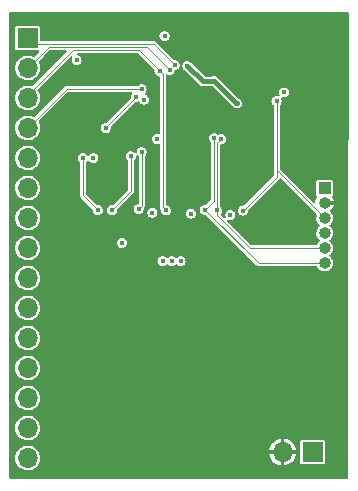
<source format=gbr>
%TF.GenerationSoftware,KiCad,Pcbnew,(6.0.0)*%
%TF.CreationDate,2022-02-12T21:43:18+08:00*%
%TF.ProjectId,esp8266,65737038-3236-4362-9e6b-696361645f70,rev?*%
%TF.SameCoordinates,Original*%
%TF.FileFunction,Copper,L4,Bot*%
%TF.FilePolarity,Positive*%
%FSLAX46Y46*%
G04 Gerber Fmt 4.6, Leading zero omitted, Abs format (unit mm)*
G04 Created by KiCad (PCBNEW (6.0.0)) date 2022-02-12 21:43:18*
%MOMM*%
%LPD*%
G01*
G04 APERTURE LIST*
%TA.AperFunction,ComponentPad*%
%ADD10R,1.700000X1.700000*%
%TD*%
%TA.AperFunction,ComponentPad*%
%ADD11O,1.700000X1.700000*%
%TD*%
%TA.AperFunction,ComponentPad*%
%ADD12R,1.000000X1.000000*%
%TD*%
%TA.AperFunction,ComponentPad*%
%ADD13O,1.000000X1.000000*%
%TD*%
%TA.AperFunction,ViaPad*%
%ADD14C,0.450000*%
%TD*%
%TA.AperFunction,Conductor*%
%ADD15C,0.400000*%
%TD*%
%TA.AperFunction,Conductor*%
%ADD16C,0.100000*%
%TD*%
G04 APERTURE END LIST*
D10*
%TO.P,J4,1,Pin_1*%
%TO.N,/ADC_IN*%
X118364000Y-113284000D03*
D11*
%TO.P,J4,2,Pin_2*%
%TO.N,/CHIP_PU*%
X118364000Y-115824000D03*
%TO.P,J4,3,Pin_3*%
%TO.N,/GPIO16*%
X118364000Y-118364000D03*
%TO.P,J4,4,Pin_4*%
%TO.N,/MTMS*%
X118364000Y-120904000D03*
%TO.P,J4,5,Pin_5*%
%TO.N,/GPIO2*%
X118364000Y-123444000D03*
%TO.P,J4,6,Pin_6*%
%TO.N,/GPIO0*%
X118364000Y-125984000D03*
%TO.P,J4,7,Pin_7*%
%TO.N,/GPIO4*%
X118364000Y-128524000D03*
%TO.P,J4,8,Pin_8*%
%TO.N,/SD2{slash}GPIO9*%
X118364000Y-131064000D03*
%TO.P,J4,9,Pin_9*%
%TO.N,/SD3{slash}CS*%
X118364000Y-133604000D03*
%TO.P,J4,10,Pin_10*%
%TO.N,/CMD{slash}MOSI*%
X118364000Y-136144000D03*
%TO.P,J4,11,Pin_11*%
%TO.N,/SCLK*%
X118364000Y-138684000D03*
%TO.P,J4,12,Pin_12*%
%TO.N,/SD0{slash}MISO*%
X118364000Y-141224000D03*
%TO.P,J4,13,Pin_13*%
%TO.N,/SD1{slash}INT*%
X118364000Y-143764000D03*
%TO.P,J4,14,Pin_14*%
%TO.N,/GPIO5*%
X118364000Y-146304000D03*
%TO.P,J4,15,Pin_15*%
%TO.N,unconnected-(J4-Pad15)*%
X118364000Y-148844000D03*
%TD*%
D12*
%TO.P,J2,1,Pin_1*%
%TO.N,+3V3*%
X143510000Y-125984000D03*
D13*
%TO.P,J2,2,Pin_2*%
%TO.N,GND*%
X143510000Y-127254000D03*
%TO.P,J2,3,Pin_3*%
%TO.N,/RST*%
X143510000Y-128524000D03*
%TO.P,J2,4,Pin_4*%
%TO.N,/GPIO0*%
X143510000Y-129794000D03*
%TO.P,J2,5,Pin_5*%
%TO.N,/TXD*%
X143510000Y-131064000D03*
%TO.P,J2,6,Pin_6*%
%TO.N,/RXD*%
X143510000Y-132334000D03*
%TD*%
D10*
%TO.P,J1,1,Pin_1*%
%TO.N,+3V3*%
X142494000Y-148336000D03*
D11*
%TO.P,J1,2,Pin_2*%
%TO.N,GND*%
X139954000Y-148336000D03*
%TD*%
D14*
%TO.N,+3V3*%
X122511816Y-115158389D03*
X129963353Y-113099496D03*
X140076500Y-117894232D03*
X135532897Y-128264023D03*
X132195647Y-128153270D03*
X130556000Y-132179500D03*
X134158924Y-116950881D03*
X128243907Y-118504500D03*
X128932739Y-128074200D03*
X136098000Y-118824000D03*
X129794000Y-132179500D03*
X126341843Y-130622992D03*
X131318000Y-132179500D03*
X123936850Y-123472882D03*
X129301480Y-121824344D03*
X131892000Y-115635994D03*
%TO.N,GND*%
X131042000Y-118780000D03*
X132242000Y-120580000D03*
X132842000Y-119380000D03*
X132842000Y-119980000D03*
X132842000Y-118780000D03*
X131642000Y-120580000D03*
X131642000Y-119380000D03*
X132242000Y-119380000D03*
X132242000Y-119980000D03*
X132842000Y-120580000D03*
X130442000Y-119380000D03*
X131042000Y-119380000D03*
X132242000Y-118780000D03*
X132242000Y-118180000D03*
X130442000Y-119980000D03*
X131042000Y-118180000D03*
X132842000Y-118180000D03*
X126492000Y-120396000D03*
X131042000Y-120580000D03*
X137882000Y-115072204D03*
X127254000Y-120396000D03*
X131642000Y-118780000D03*
X131042000Y-119980000D03*
X131642000Y-118180000D03*
X131642000Y-119980000D03*
X130442000Y-118780000D03*
X130442000Y-118180000D03*
X130442000Y-120580000D03*
%TO.N,/RST*%
X136618467Y-127895637D03*
X139446000Y-118618000D03*
%TO.N,/GPIO16*%
X129540000Y-116078000D03*
X130060572Y-127885176D03*
%TO.N,/TXD*%
X134402665Y-127889523D03*
X134740800Y-121855775D03*
%TO.N,/RXD*%
X134156177Y-121780340D03*
X133350000Y-127822500D03*
%TO.N,/GPIO0*%
X127762000Y-127762000D03*
X128016000Y-122936000D03*
%TO.N,/ADC_IN*%
X130810000Y-115570000D03*
%TO.N,/CHIP_PU*%
X130392000Y-115988000D03*
%TO.N,/GPIO2*%
X127116188Y-123306188D03*
X125506591Y-127869952D03*
%TO.N,/MTMS*%
X128016000Y-117602000D03*
%TO.N,/MTDI*%
X124970000Y-120904000D03*
X127553583Y-118275572D03*
%TO.N,/MTDO*%
X124309057Y-127860523D03*
X123065000Y-123444000D03*
%TD*%
D15*
%TO.N,+3V3*%
X136098000Y-118824000D02*
X136032043Y-118824000D01*
X136032043Y-118824000D02*
X134158924Y-116950881D01*
X133206887Y-116950881D02*
X131892000Y-115635994D01*
X134158924Y-116950881D02*
X133206887Y-116950881D01*
D16*
%TO.N,/RST*%
X139446000Y-118618000D02*
X139446000Y-124206000D01*
X139446000Y-124460000D02*
X143510000Y-128524000D01*
X136618467Y-127895637D02*
X139446000Y-125068104D01*
X139446000Y-125068104D02*
X139446000Y-124206000D01*
X139446000Y-124206000D02*
X139446000Y-124460000D01*
%TO.N,/GPIO16*%
X122174000Y-114300000D02*
X118364000Y-118110000D01*
X129794000Y-127618604D02*
X129794000Y-116332000D01*
X127762000Y-114300000D02*
X122174000Y-114300000D01*
X129794000Y-116332000D02*
X129540000Y-116078000D01*
X129540000Y-116078000D02*
X127762000Y-114300000D01*
X118364000Y-118110000D02*
X118364000Y-118364000D01*
X130060572Y-127885176D02*
X129794000Y-127618604D01*
%TO.N,/TXD*%
X134402665Y-127889523D02*
X134402665Y-128306665D01*
X137160000Y-131064000D02*
X143510000Y-131064000D01*
X134402665Y-128306665D02*
X137160000Y-131064000D01*
X134402665Y-122193910D02*
X134740800Y-121855775D01*
X134402665Y-127889523D02*
X134402665Y-122193910D01*
%TO.N,/RXD*%
X134112000Y-127070162D02*
X134112000Y-121824517D01*
X137922000Y-132334000D02*
X143510000Y-132334000D01*
X133359662Y-127822500D02*
X134112000Y-127070162D01*
X133350000Y-127822500D02*
X133359662Y-127822500D01*
X134112000Y-121824517D02*
X134156177Y-121780340D01*
X133350000Y-127822500D02*
X133410500Y-127822500D01*
X133410500Y-127822500D02*
X137922000Y-132334000D01*
%TO.N,/GPIO0*%
X128016000Y-127508000D02*
X128016000Y-122936000D01*
X127762000Y-127762000D02*
X128016000Y-127508000D01*
%TO.N,/ADC_IN*%
X118364000Y-113284000D02*
X118872000Y-113792000D01*
X129032000Y-113792000D02*
X130810000Y-115570000D01*
X118872000Y-113792000D02*
X129032000Y-113792000D01*
%TO.N,/CHIP_PU*%
X120142000Y-114046000D02*
X118364000Y-115824000D01*
X128450000Y-114046000D02*
X120142000Y-114046000D01*
X130392000Y-115988000D02*
X128450000Y-114046000D01*
%TO.N,/GPIO2*%
X125506591Y-127869952D02*
X127116188Y-126260355D01*
X127116188Y-126260355D02*
X127116188Y-123306188D01*
%TO.N,/MTMS*%
X128016000Y-117602000D02*
X121666000Y-117602000D01*
X121666000Y-117602000D02*
X118364000Y-120904000D01*
%TO.N,/MTDI*%
X124970000Y-120859155D02*
X124970000Y-120904000D01*
X127553583Y-118275572D02*
X124970000Y-120859155D01*
%TO.N,/MTDO*%
X123065000Y-126616466D02*
X123065000Y-123444000D01*
X124309057Y-127860523D02*
X123065000Y-126616466D01*
%TD*%
%TA.AperFunction,Conductor*%
%TO.N,GND*%
G36*
X145501152Y-111118907D02*
G01*
X145537116Y-111168407D01*
X145541961Y-111199037D01*
X145533353Y-132863952D01*
X145526345Y-150501039D01*
X145507415Y-150559223D01*
X145457900Y-150595167D01*
X145427345Y-150600000D01*
X116899000Y-150600000D01*
X116840809Y-150581093D01*
X116804845Y-150531593D01*
X116800000Y-150501000D01*
X116800000Y-148829262D01*
X117308520Y-148829262D01*
X117325759Y-149034553D01*
X117382544Y-149232586D01*
X117476712Y-149415818D01*
X117604677Y-149577270D01*
X117608357Y-149580402D01*
X117608359Y-149580404D01*
X117721017Y-149676283D01*
X117761564Y-149710791D01*
X117765787Y-149713151D01*
X117765791Y-149713154D01*
X117805342Y-149735258D01*
X117941398Y-149811297D01*
X117945996Y-149812791D01*
X118132724Y-149873463D01*
X118132726Y-149873464D01*
X118137329Y-149874959D01*
X118341894Y-149899351D01*
X118346716Y-149898980D01*
X118346719Y-149898980D01*
X118414541Y-149893761D01*
X118547300Y-149883546D01*
X118745725Y-149828145D01*
X118750038Y-149825966D01*
X118750044Y-149825964D01*
X118925289Y-149737441D01*
X118925291Y-149737440D01*
X118929610Y-149735258D01*
X118964943Y-149707653D01*
X119088135Y-149611406D01*
X119088139Y-149611402D01*
X119091951Y-149608424D01*
X119226564Y-149452472D01*
X119236260Y-149435404D01*
X119325934Y-149277550D01*
X119325935Y-149277547D01*
X119328323Y-149273344D01*
X119331355Y-149264231D01*
X119391824Y-149082454D01*
X119391824Y-149082452D01*
X119393351Y-149077863D01*
X119419171Y-148873474D01*
X119419583Y-148844000D01*
X119417667Y-148824454D01*
X119399952Y-148643780D01*
X119399951Y-148643776D01*
X119399480Y-148638970D01*
X119390708Y-148609914D01*
X119356135Y-148495405D01*
X138811898Y-148495405D01*
X138812995Y-148512145D01*
X138814408Y-148521064D01*
X138864200Y-148717121D01*
X138867220Y-148725649D01*
X138951904Y-148909341D01*
X138956422Y-148917167D01*
X139073171Y-149082363D01*
X139079035Y-149089229D01*
X139223931Y-149230381D01*
X139230954Y-149236068D01*
X139399138Y-149348446D01*
X139407093Y-149352764D01*
X139592929Y-149432606D01*
X139601540Y-149435404D01*
X139793830Y-149478914D01*
X139801167Y-149476840D01*
X139803787Y-149473514D01*
X139804000Y-149472317D01*
X139804000Y-149460679D01*
X140104000Y-149460679D01*
X140108122Y-149473364D01*
X140109292Y-149474215D01*
X140115272Y-149474725D01*
X140219115Y-149459668D01*
X140227914Y-149457556D01*
X140419450Y-149392538D01*
X140427714Y-149388858D01*
X140604194Y-149290026D01*
X140611652Y-149284900D01*
X140706822Y-149205748D01*
X141443500Y-149205748D01*
X141455133Y-149264231D01*
X141499448Y-149330552D01*
X141565769Y-149374867D01*
X141575332Y-149376769D01*
X141575334Y-149376770D01*
X141598005Y-149381279D01*
X141624252Y-149386500D01*
X143363748Y-149386500D01*
X143389995Y-149381279D01*
X143412666Y-149376770D01*
X143412668Y-149376769D01*
X143422231Y-149374867D01*
X143488552Y-149330552D01*
X143532867Y-149264231D01*
X143544500Y-149205748D01*
X143544500Y-147466252D01*
X143532867Y-147407769D01*
X143488552Y-147341448D01*
X143422231Y-147297133D01*
X143412668Y-147295231D01*
X143412666Y-147295230D01*
X143389995Y-147290721D01*
X143363748Y-147285500D01*
X141624252Y-147285500D01*
X141598005Y-147290721D01*
X141575334Y-147295230D01*
X141575332Y-147295231D01*
X141565769Y-147297133D01*
X141499448Y-147341448D01*
X141455133Y-147407769D01*
X141443500Y-147466252D01*
X141443500Y-149205748D01*
X140706822Y-149205748D01*
X140767157Y-149155568D01*
X140773568Y-149149157D01*
X140902900Y-148993652D01*
X140908026Y-148986194D01*
X141006858Y-148809714D01*
X141010538Y-148801450D01*
X141075556Y-148609914D01*
X141077668Y-148601115D01*
X141092109Y-148501518D01*
X141089850Y-148488372D01*
X141088815Y-148487363D01*
X141082968Y-148486000D01*
X140119680Y-148486000D01*
X140106995Y-148490122D01*
X140104000Y-148494243D01*
X140104000Y-149460679D01*
X139804000Y-149460679D01*
X139804000Y-148501680D01*
X139799878Y-148488995D01*
X139795757Y-148486000D01*
X138826962Y-148486000D01*
X138814277Y-148490122D01*
X138812202Y-148492978D01*
X138811898Y-148495405D01*
X119356135Y-148495405D01*
X119354540Y-148490122D01*
X119339935Y-148441749D01*
X119243218Y-148259849D01*
X119170288Y-148170428D01*
X138815487Y-148170428D01*
X138818090Y-148183511D01*
X138819663Y-148184965D01*
X138824378Y-148186000D01*
X139788320Y-148186000D01*
X139801005Y-148181878D01*
X139804000Y-148177757D01*
X139804000Y-148170320D01*
X140104000Y-148170320D01*
X140108122Y-148183005D01*
X140112243Y-148186000D01*
X141079464Y-148186000D01*
X141092149Y-148181878D01*
X141093818Y-148179582D01*
X141094222Y-148175966D01*
X141090003Y-148130048D01*
X141088356Y-148121164D01*
X141033449Y-147926481D01*
X141030208Y-147918037D01*
X140940745Y-147736624D01*
X140936020Y-147728914D01*
X140814994Y-147566840D01*
X140808945Y-147560122D01*
X140660405Y-147422814D01*
X140653240Y-147417315D01*
X140482163Y-147309374D01*
X140474110Y-147305271D01*
X140286229Y-147230314D01*
X140277571Y-147227749D01*
X140119379Y-147196283D01*
X140106132Y-147197851D01*
X140106100Y-147197881D01*
X140104000Y-147205928D01*
X140104000Y-148170320D01*
X139804000Y-148170320D01*
X139804000Y-147210517D01*
X139799878Y-147197832D01*
X139799274Y-147197393D01*
X139792127Y-147196877D01*
X139659559Y-147219657D01*
X139650823Y-147221998D01*
X139461050Y-147292009D01*
X139452887Y-147295902D01*
X139279047Y-147399326D01*
X139271745Y-147404631D01*
X139119657Y-147538010D01*
X139113434Y-147544568D01*
X138988209Y-147703415D01*
X138983284Y-147710998D01*
X138889097Y-147890018D01*
X138885643Y-147898358D01*
X138825658Y-148091538D01*
X138823777Y-148100389D01*
X138815487Y-148170428D01*
X119170288Y-148170428D01*
X119113011Y-148100200D01*
X119104945Y-148093527D01*
X118958002Y-147971965D01*
X118958000Y-147971964D01*
X118954275Y-147968882D01*
X118773055Y-147870897D01*
X118709855Y-147851333D01*
X118580875Y-147811407D01*
X118580871Y-147811406D01*
X118576254Y-147809977D01*
X118571446Y-147809472D01*
X118571443Y-147809471D01*
X118376185Y-147788949D01*
X118376183Y-147788949D01*
X118371369Y-147788443D01*
X118311354Y-147793905D01*
X118171022Y-147806675D01*
X118171017Y-147806676D01*
X118166203Y-147807114D01*
X117968572Y-147865280D01*
X117964288Y-147867519D01*
X117964287Y-147867520D01*
X117953428Y-147873197D01*
X117786002Y-147960726D01*
X117782231Y-147963758D01*
X117629220Y-148086781D01*
X117629217Y-148086783D01*
X117625447Y-148089815D01*
X117622333Y-148093526D01*
X117622332Y-148093527D01*
X117548197Y-148181878D01*
X117493024Y-148247630D01*
X117490689Y-148251878D01*
X117490688Y-148251879D01*
X117483955Y-148264126D01*
X117393776Y-148428162D01*
X117392313Y-148432775D01*
X117392311Y-148432779D01*
X117374121Y-148490122D01*
X117331484Y-148624532D01*
X117330944Y-148629344D01*
X117330944Y-148629345D01*
X117310713Y-148809714D01*
X117308520Y-148829262D01*
X116800000Y-148829262D01*
X116800000Y-146289262D01*
X117308520Y-146289262D01*
X117325759Y-146494553D01*
X117382544Y-146692586D01*
X117476712Y-146875818D01*
X117604677Y-147037270D01*
X117608357Y-147040402D01*
X117608359Y-147040404D01*
X117721017Y-147136283D01*
X117761564Y-147170791D01*
X117765787Y-147173151D01*
X117765791Y-147173154D01*
X117824434Y-147205928D01*
X117941398Y-147271297D01*
X117945996Y-147272791D01*
X118132724Y-147333463D01*
X118132726Y-147333464D01*
X118137329Y-147334959D01*
X118341894Y-147359351D01*
X118346716Y-147358980D01*
X118346719Y-147358980D01*
X118414541Y-147353761D01*
X118547300Y-147343546D01*
X118745725Y-147288145D01*
X118750038Y-147285966D01*
X118750044Y-147285964D01*
X118925289Y-147197441D01*
X118925291Y-147197440D01*
X118929610Y-147195258D01*
X118964943Y-147167653D01*
X119088135Y-147071406D01*
X119088139Y-147071402D01*
X119091951Y-147068424D01*
X119226564Y-146912472D01*
X119245231Y-146879613D01*
X119325934Y-146737550D01*
X119325935Y-146737547D01*
X119328323Y-146733344D01*
X119341882Y-146692586D01*
X119391824Y-146542454D01*
X119391824Y-146542452D01*
X119393351Y-146537863D01*
X119419171Y-146333474D01*
X119419583Y-146304000D01*
X119399480Y-146098970D01*
X119339935Y-145901749D01*
X119243218Y-145719849D01*
X119113011Y-145560200D01*
X118954275Y-145428882D01*
X118773055Y-145330897D01*
X118709855Y-145311333D01*
X118580875Y-145271407D01*
X118580871Y-145271406D01*
X118576254Y-145269977D01*
X118571446Y-145269472D01*
X118571443Y-145269471D01*
X118376185Y-145248949D01*
X118376183Y-145248949D01*
X118371369Y-145248443D01*
X118311354Y-145253905D01*
X118171022Y-145266675D01*
X118171017Y-145266676D01*
X118166203Y-145267114D01*
X117968572Y-145325280D01*
X117964288Y-145327519D01*
X117964287Y-145327520D01*
X117953428Y-145333197D01*
X117786002Y-145420726D01*
X117782231Y-145423758D01*
X117629220Y-145546781D01*
X117629217Y-145546783D01*
X117625447Y-145549815D01*
X117622333Y-145553526D01*
X117622332Y-145553527D01*
X117613585Y-145563952D01*
X117493024Y-145707630D01*
X117490689Y-145711878D01*
X117490688Y-145711879D01*
X117483955Y-145724126D01*
X117393776Y-145888162D01*
X117331484Y-146084532D01*
X117330944Y-146089344D01*
X117330944Y-146089345D01*
X117329865Y-146098970D01*
X117308520Y-146289262D01*
X116800000Y-146289262D01*
X116800000Y-143749262D01*
X117308520Y-143749262D01*
X117325759Y-143954553D01*
X117382544Y-144152586D01*
X117476712Y-144335818D01*
X117604677Y-144497270D01*
X117608357Y-144500402D01*
X117608359Y-144500404D01*
X117721017Y-144596283D01*
X117761564Y-144630791D01*
X117765787Y-144633151D01*
X117765791Y-144633154D01*
X117805342Y-144655258D01*
X117941398Y-144731297D01*
X117945996Y-144732791D01*
X118132724Y-144793463D01*
X118132726Y-144793464D01*
X118137329Y-144794959D01*
X118341894Y-144819351D01*
X118346716Y-144818980D01*
X118346719Y-144818980D01*
X118414541Y-144813761D01*
X118547300Y-144803546D01*
X118745725Y-144748145D01*
X118750038Y-144745966D01*
X118750044Y-144745964D01*
X118925289Y-144657441D01*
X118925291Y-144657440D01*
X118929610Y-144655258D01*
X118964943Y-144627653D01*
X119088135Y-144531406D01*
X119088139Y-144531402D01*
X119091951Y-144528424D01*
X119226564Y-144372472D01*
X119245231Y-144339613D01*
X119325934Y-144197550D01*
X119325935Y-144197547D01*
X119328323Y-144193344D01*
X119341882Y-144152586D01*
X119391824Y-144002454D01*
X119391824Y-144002452D01*
X119393351Y-143997863D01*
X119419171Y-143793474D01*
X119419583Y-143764000D01*
X119399480Y-143558970D01*
X119339935Y-143361749D01*
X119243218Y-143179849D01*
X119113011Y-143020200D01*
X118954275Y-142888882D01*
X118773055Y-142790897D01*
X118709855Y-142771333D01*
X118580875Y-142731407D01*
X118580871Y-142731406D01*
X118576254Y-142729977D01*
X118571446Y-142729472D01*
X118571443Y-142729471D01*
X118376185Y-142708949D01*
X118376183Y-142708949D01*
X118371369Y-142708443D01*
X118311354Y-142713905D01*
X118171022Y-142726675D01*
X118171017Y-142726676D01*
X118166203Y-142727114D01*
X117968572Y-142785280D01*
X117964288Y-142787519D01*
X117964287Y-142787520D01*
X117953428Y-142793197D01*
X117786002Y-142880726D01*
X117782231Y-142883758D01*
X117629220Y-143006781D01*
X117629217Y-143006783D01*
X117625447Y-143009815D01*
X117622333Y-143013526D01*
X117622332Y-143013527D01*
X117613585Y-143023952D01*
X117493024Y-143167630D01*
X117490689Y-143171878D01*
X117490688Y-143171879D01*
X117483955Y-143184126D01*
X117393776Y-143348162D01*
X117331484Y-143544532D01*
X117330944Y-143549344D01*
X117330944Y-143549345D01*
X117329865Y-143558970D01*
X117308520Y-143749262D01*
X116800000Y-143749262D01*
X116800000Y-141209262D01*
X117308520Y-141209262D01*
X117325759Y-141414553D01*
X117382544Y-141612586D01*
X117476712Y-141795818D01*
X117604677Y-141957270D01*
X117608357Y-141960402D01*
X117608359Y-141960404D01*
X117721017Y-142056283D01*
X117761564Y-142090791D01*
X117765787Y-142093151D01*
X117765791Y-142093154D01*
X117805342Y-142115258D01*
X117941398Y-142191297D01*
X117945996Y-142192791D01*
X118132724Y-142253463D01*
X118132726Y-142253464D01*
X118137329Y-142254959D01*
X118341894Y-142279351D01*
X118346716Y-142278980D01*
X118346719Y-142278980D01*
X118414541Y-142273761D01*
X118547300Y-142263546D01*
X118745725Y-142208145D01*
X118750038Y-142205966D01*
X118750044Y-142205964D01*
X118925289Y-142117441D01*
X118925291Y-142117440D01*
X118929610Y-142115258D01*
X118964943Y-142087653D01*
X119088135Y-141991406D01*
X119088139Y-141991402D01*
X119091951Y-141988424D01*
X119226564Y-141832472D01*
X119245231Y-141799613D01*
X119325934Y-141657550D01*
X119325935Y-141657547D01*
X119328323Y-141653344D01*
X119341882Y-141612586D01*
X119391824Y-141462454D01*
X119391824Y-141462452D01*
X119393351Y-141457863D01*
X119419171Y-141253474D01*
X119419583Y-141224000D01*
X119399480Y-141018970D01*
X119339935Y-140821749D01*
X119243218Y-140639849D01*
X119113011Y-140480200D01*
X118954275Y-140348882D01*
X118773055Y-140250897D01*
X118709855Y-140231333D01*
X118580875Y-140191407D01*
X118580871Y-140191406D01*
X118576254Y-140189977D01*
X118571446Y-140189472D01*
X118571443Y-140189471D01*
X118376185Y-140168949D01*
X118376183Y-140168949D01*
X118371369Y-140168443D01*
X118311354Y-140173905D01*
X118171022Y-140186675D01*
X118171017Y-140186676D01*
X118166203Y-140187114D01*
X117968572Y-140245280D01*
X117964288Y-140247519D01*
X117964287Y-140247520D01*
X117953428Y-140253197D01*
X117786002Y-140340726D01*
X117782231Y-140343758D01*
X117629220Y-140466781D01*
X117629217Y-140466783D01*
X117625447Y-140469815D01*
X117622333Y-140473526D01*
X117622332Y-140473527D01*
X117613585Y-140483952D01*
X117493024Y-140627630D01*
X117490689Y-140631878D01*
X117490688Y-140631879D01*
X117483955Y-140644126D01*
X117393776Y-140808162D01*
X117331484Y-141004532D01*
X117330944Y-141009344D01*
X117330944Y-141009345D01*
X117329865Y-141018970D01*
X117308520Y-141209262D01*
X116800000Y-141209262D01*
X116800000Y-138669262D01*
X117308520Y-138669262D01*
X117325759Y-138874553D01*
X117382544Y-139072586D01*
X117476712Y-139255818D01*
X117604677Y-139417270D01*
X117608357Y-139420402D01*
X117608359Y-139420404D01*
X117721017Y-139516283D01*
X117761564Y-139550791D01*
X117765787Y-139553151D01*
X117765791Y-139553154D01*
X117805342Y-139575258D01*
X117941398Y-139651297D01*
X117945996Y-139652791D01*
X118132724Y-139713463D01*
X118132726Y-139713464D01*
X118137329Y-139714959D01*
X118341894Y-139739351D01*
X118346716Y-139738980D01*
X118346719Y-139738980D01*
X118414541Y-139733761D01*
X118547300Y-139723546D01*
X118745725Y-139668145D01*
X118750038Y-139665966D01*
X118750044Y-139665964D01*
X118925289Y-139577441D01*
X118925291Y-139577440D01*
X118929610Y-139575258D01*
X118964943Y-139547653D01*
X119088135Y-139451406D01*
X119088139Y-139451402D01*
X119091951Y-139448424D01*
X119226564Y-139292472D01*
X119245231Y-139259613D01*
X119325934Y-139117550D01*
X119325935Y-139117547D01*
X119328323Y-139113344D01*
X119341882Y-139072586D01*
X119391824Y-138922454D01*
X119391824Y-138922452D01*
X119393351Y-138917863D01*
X119419171Y-138713474D01*
X119419583Y-138684000D01*
X119399480Y-138478970D01*
X119339935Y-138281749D01*
X119243218Y-138099849D01*
X119113011Y-137940200D01*
X118954275Y-137808882D01*
X118773055Y-137710897D01*
X118709855Y-137691333D01*
X118580875Y-137651407D01*
X118580871Y-137651406D01*
X118576254Y-137649977D01*
X118571446Y-137649472D01*
X118571443Y-137649471D01*
X118376185Y-137628949D01*
X118376183Y-137628949D01*
X118371369Y-137628443D01*
X118311354Y-137633905D01*
X118171022Y-137646675D01*
X118171017Y-137646676D01*
X118166203Y-137647114D01*
X117968572Y-137705280D01*
X117964288Y-137707519D01*
X117964287Y-137707520D01*
X117953428Y-137713197D01*
X117786002Y-137800726D01*
X117782231Y-137803758D01*
X117629220Y-137926781D01*
X117629217Y-137926783D01*
X117625447Y-137929815D01*
X117622333Y-137933526D01*
X117622332Y-137933527D01*
X117613585Y-137943952D01*
X117493024Y-138087630D01*
X117490689Y-138091878D01*
X117490688Y-138091879D01*
X117483955Y-138104126D01*
X117393776Y-138268162D01*
X117331484Y-138464532D01*
X117330944Y-138469344D01*
X117330944Y-138469345D01*
X117329865Y-138478970D01*
X117308520Y-138669262D01*
X116800000Y-138669262D01*
X116800000Y-136129262D01*
X117308520Y-136129262D01*
X117325759Y-136334553D01*
X117382544Y-136532586D01*
X117476712Y-136715818D01*
X117604677Y-136877270D01*
X117608357Y-136880402D01*
X117608359Y-136880404D01*
X117721017Y-136976283D01*
X117761564Y-137010791D01*
X117765787Y-137013151D01*
X117765791Y-137013154D01*
X117805342Y-137035258D01*
X117941398Y-137111297D01*
X117945996Y-137112791D01*
X118132724Y-137173463D01*
X118132726Y-137173464D01*
X118137329Y-137174959D01*
X118341894Y-137199351D01*
X118346716Y-137198980D01*
X118346719Y-137198980D01*
X118414541Y-137193761D01*
X118547300Y-137183546D01*
X118745725Y-137128145D01*
X118750038Y-137125966D01*
X118750044Y-137125964D01*
X118925289Y-137037441D01*
X118925291Y-137037440D01*
X118929610Y-137035258D01*
X118964943Y-137007653D01*
X119088135Y-136911406D01*
X119088139Y-136911402D01*
X119091951Y-136908424D01*
X119226564Y-136752472D01*
X119245231Y-136719613D01*
X119325934Y-136577550D01*
X119325935Y-136577547D01*
X119328323Y-136573344D01*
X119341882Y-136532586D01*
X119391824Y-136382454D01*
X119391824Y-136382452D01*
X119393351Y-136377863D01*
X119419171Y-136173474D01*
X119419583Y-136144000D01*
X119399480Y-135938970D01*
X119339935Y-135741749D01*
X119243218Y-135559849D01*
X119113011Y-135400200D01*
X118954275Y-135268882D01*
X118773055Y-135170897D01*
X118709855Y-135151333D01*
X118580875Y-135111407D01*
X118580871Y-135111406D01*
X118576254Y-135109977D01*
X118571446Y-135109472D01*
X118571443Y-135109471D01*
X118376185Y-135088949D01*
X118376183Y-135088949D01*
X118371369Y-135088443D01*
X118311354Y-135093905D01*
X118171022Y-135106675D01*
X118171017Y-135106676D01*
X118166203Y-135107114D01*
X117968572Y-135165280D01*
X117964288Y-135167519D01*
X117964287Y-135167520D01*
X117953428Y-135173197D01*
X117786002Y-135260726D01*
X117782231Y-135263758D01*
X117629220Y-135386781D01*
X117629217Y-135386783D01*
X117625447Y-135389815D01*
X117622333Y-135393526D01*
X117622332Y-135393527D01*
X117613585Y-135403952D01*
X117493024Y-135547630D01*
X117490689Y-135551878D01*
X117490688Y-135551879D01*
X117483955Y-135564126D01*
X117393776Y-135728162D01*
X117331484Y-135924532D01*
X117330944Y-135929344D01*
X117330944Y-135929345D01*
X117329865Y-135938970D01*
X117308520Y-136129262D01*
X116800000Y-136129262D01*
X116800000Y-133589262D01*
X117308520Y-133589262D01*
X117325759Y-133794553D01*
X117382544Y-133992586D01*
X117476712Y-134175818D01*
X117604677Y-134337270D01*
X117608357Y-134340402D01*
X117608359Y-134340404D01*
X117721017Y-134436283D01*
X117761564Y-134470791D01*
X117765787Y-134473151D01*
X117765791Y-134473154D01*
X117805342Y-134495258D01*
X117941398Y-134571297D01*
X117945996Y-134572791D01*
X118132724Y-134633463D01*
X118132726Y-134633464D01*
X118137329Y-134634959D01*
X118341894Y-134659351D01*
X118346716Y-134658980D01*
X118346719Y-134658980D01*
X118414541Y-134653761D01*
X118547300Y-134643546D01*
X118745725Y-134588145D01*
X118750038Y-134585966D01*
X118750044Y-134585964D01*
X118925289Y-134497441D01*
X118925291Y-134497440D01*
X118929610Y-134495258D01*
X118964943Y-134467653D01*
X119088135Y-134371406D01*
X119088139Y-134371402D01*
X119091951Y-134368424D01*
X119226564Y-134212472D01*
X119245231Y-134179613D01*
X119325934Y-134037550D01*
X119325935Y-134037547D01*
X119328323Y-134033344D01*
X119341882Y-133992586D01*
X119391824Y-133842454D01*
X119391824Y-133842452D01*
X119393351Y-133837863D01*
X119419171Y-133633474D01*
X119419583Y-133604000D01*
X119399480Y-133398970D01*
X119339935Y-133201749D01*
X119243218Y-133019849D01*
X119113011Y-132860200D01*
X119054305Y-132811634D01*
X118958002Y-132731965D01*
X118958000Y-132731964D01*
X118954275Y-132728882D01*
X118773055Y-132630897D01*
X118684249Y-132603407D01*
X118580875Y-132571407D01*
X118580871Y-132571406D01*
X118576254Y-132569977D01*
X118571446Y-132569472D01*
X118571443Y-132569471D01*
X118376185Y-132548949D01*
X118376183Y-132548949D01*
X118371369Y-132548443D01*
X118311354Y-132553905D01*
X118171022Y-132566675D01*
X118171017Y-132566676D01*
X118166203Y-132567114D01*
X117968572Y-132625280D01*
X117964288Y-132627519D01*
X117964287Y-132627520D01*
X117953428Y-132633197D01*
X117786002Y-132720726D01*
X117782231Y-132723758D01*
X117629220Y-132846781D01*
X117629217Y-132846783D01*
X117625447Y-132849815D01*
X117622333Y-132853526D01*
X117622332Y-132853527D01*
X117500046Y-132999262D01*
X117493024Y-133007630D01*
X117490689Y-133011878D01*
X117490688Y-133011879D01*
X117483955Y-133024126D01*
X117393776Y-133188162D01*
X117331484Y-133384532D01*
X117330944Y-133389344D01*
X117330944Y-133389345D01*
X117329865Y-133398970D01*
X117308520Y-133589262D01*
X116800000Y-133589262D01*
X116800000Y-132179500D01*
X129363196Y-132179500D01*
X129384281Y-132312626D01*
X129387817Y-132319565D01*
X129387817Y-132319566D01*
X129395172Y-132334000D01*
X129445472Y-132432720D01*
X129540780Y-132528028D01*
X129547717Y-132531563D01*
X129547719Y-132531564D01*
X129651612Y-132584500D01*
X129660874Y-132589219D01*
X129668568Y-132590438D01*
X129668569Y-132590438D01*
X129786304Y-132609085D01*
X129794000Y-132610304D01*
X129801696Y-132609085D01*
X129919431Y-132590438D01*
X129919432Y-132590438D01*
X129927126Y-132589219D01*
X129936388Y-132584500D01*
X130040281Y-132531564D01*
X130040283Y-132531563D01*
X130047220Y-132528028D01*
X130104996Y-132470252D01*
X130159513Y-132442475D01*
X130219945Y-132452046D01*
X130245004Y-132470252D01*
X130302780Y-132528028D01*
X130309717Y-132531563D01*
X130309719Y-132531564D01*
X130413612Y-132584500D01*
X130422874Y-132589219D01*
X130430568Y-132590438D01*
X130430569Y-132590438D01*
X130548304Y-132609085D01*
X130556000Y-132610304D01*
X130563696Y-132609085D01*
X130681431Y-132590438D01*
X130681432Y-132590438D01*
X130689126Y-132589219D01*
X130698388Y-132584500D01*
X130802281Y-132531564D01*
X130802283Y-132531563D01*
X130809220Y-132528028D01*
X130866996Y-132470252D01*
X130921513Y-132442475D01*
X130981945Y-132452046D01*
X131007004Y-132470252D01*
X131064780Y-132528028D01*
X131071717Y-132531563D01*
X131071719Y-132531564D01*
X131175612Y-132584500D01*
X131184874Y-132589219D01*
X131192568Y-132590438D01*
X131192569Y-132590438D01*
X131310304Y-132609085D01*
X131318000Y-132610304D01*
X131325696Y-132609085D01*
X131443431Y-132590438D01*
X131443432Y-132590438D01*
X131451126Y-132589219D01*
X131460388Y-132584500D01*
X131564281Y-132531564D01*
X131564283Y-132531563D01*
X131571220Y-132528028D01*
X131666528Y-132432720D01*
X131716829Y-132334000D01*
X131724183Y-132319566D01*
X131724183Y-132319565D01*
X131727719Y-132312626D01*
X131748804Y-132179500D01*
X131727719Y-132046374D01*
X131714517Y-132020464D01*
X131670064Y-131933219D01*
X131670063Y-131933217D01*
X131666528Y-131926280D01*
X131571220Y-131830972D01*
X131564283Y-131827437D01*
X131564281Y-131827436D01*
X131458066Y-131773317D01*
X131458065Y-131773317D01*
X131451126Y-131769781D01*
X131443432Y-131768562D01*
X131443431Y-131768562D01*
X131354978Y-131754553D01*
X131318000Y-131748696D01*
X131281022Y-131754553D01*
X131192569Y-131768562D01*
X131192568Y-131768562D01*
X131184874Y-131769781D01*
X131177935Y-131773317D01*
X131177934Y-131773317D01*
X131071719Y-131827436D01*
X131071717Y-131827437D01*
X131064780Y-131830972D01*
X131007004Y-131888748D01*
X130952487Y-131916525D01*
X130892055Y-131906954D01*
X130866996Y-131888748D01*
X130809220Y-131830972D01*
X130802283Y-131827437D01*
X130802281Y-131827436D01*
X130696066Y-131773317D01*
X130696065Y-131773317D01*
X130689126Y-131769781D01*
X130681432Y-131768562D01*
X130681431Y-131768562D01*
X130592978Y-131754553D01*
X130556000Y-131748696D01*
X130519022Y-131754553D01*
X130430569Y-131768562D01*
X130430568Y-131768562D01*
X130422874Y-131769781D01*
X130415935Y-131773317D01*
X130415934Y-131773317D01*
X130309719Y-131827436D01*
X130309717Y-131827437D01*
X130302780Y-131830972D01*
X130245004Y-131888748D01*
X130190487Y-131916525D01*
X130130055Y-131906954D01*
X130104996Y-131888748D01*
X130047220Y-131830972D01*
X130040283Y-131827437D01*
X130040281Y-131827436D01*
X129934066Y-131773317D01*
X129934065Y-131773317D01*
X129927126Y-131769781D01*
X129919432Y-131768562D01*
X129919431Y-131768562D01*
X129830978Y-131754553D01*
X129794000Y-131748696D01*
X129757022Y-131754553D01*
X129668569Y-131768562D01*
X129668568Y-131768562D01*
X129660874Y-131769781D01*
X129653935Y-131773317D01*
X129653934Y-131773317D01*
X129547719Y-131827436D01*
X129547717Y-131827437D01*
X129540780Y-131830972D01*
X129445472Y-131926280D01*
X129441937Y-131933217D01*
X129441936Y-131933219D01*
X129397483Y-132020464D01*
X129384281Y-132046374D01*
X129363196Y-132179500D01*
X116800000Y-132179500D01*
X116800000Y-131049262D01*
X117308520Y-131049262D01*
X117325759Y-131254553D01*
X117327092Y-131259201D01*
X117327092Y-131259202D01*
X117367009Y-131398408D01*
X117382544Y-131452586D01*
X117476712Y-131635818D01*
X117604677Y-131797270D01*
X117608357Y-131800402D01*
X117608359Y-131800404D01*
X117721017Y-131896283D01*
X117761564Y-131930791D01*
X117765787Y-131933151D01*
X117765791Y-131933154D01*
X117805342Y-131955258D01*
X117941398Y-132031297D01*
X117945996Y-132032791D01*
X118132724Y-132093463D01*
X118132726Y-132093464D01*
X118137329Y-132094959D01*
X118341894Y-132119351D01*
X118346716Y-132118980D01*
X118346719Y-132118980D01*
X118414541Y-132113761D01*
X118547300Y-132103546D01*
X118745725Y-132048145D01*
X118750038Y-132045966D01*
X118750044Y-132045964D01*
X118925289Y-131957441D01*
X118925291Y-131957440D01*
X118929610Y-131955258D01*
X118964943Y-131927653D01*
X119088135Y-131831406D01*
X119088139Y-131831402D01*
X119091951Y-131828424D01*
X119138580Y-131774404D01*
X119155708Y-131754560D01*
X119226564Y-131672472D01*
X119228957Y-131668260D01*
X119325934Y-131497550D01*
X119325935Y-131497547D01*
X119328323Y-131493344D01*
X119331597Y-131483504D01*
X119391824Y-131302454D01*
X119391824Y-131302452D01*
X119393351Y-131297863D01*
X119419171Y-131093474D01*
X119419583Y-131064000D01*
X119416515Y-131032711D01*
X119399952Y-130863780D01*
X119399951Y-130863776D01*
X119399480Y-130858970D01*
X119339935Y-130661749D01*
X119319328Y-130622992D01*
X125911039Y-130622992D01*
X125932124Y-130756118D01*
X125935660Y-130763057D01*
X125935660Y-130763058D01*
X125986981Y-130863780D01*
X125993315Y-130876212D01*
X126088623Y-130971520D01*
X126095560Y-130975055D01*
X126095562Y-130975056D01*
X126201777Y-131029175D01*
X126208717Y-131032711D01*
X126216411Y-131033930D01*
X126216412Y-131033930D01*
X126334147Y-131052577D01*
X126341843Y-131053796D01*
X126349539Y-131052577D01*
X126467274Y-131033930D01*
X126467275Y-131033930D01*
X126474969Y-131032711D01*
X126481909Y-131029175D01*
X126588124Y-130975056D01*
X126588126Y-130975055D01*
X126595063Y-130971520D01*
X126690371Y-130876212D01*
X126696706Y-130863780D01*
X126748026Y-130763058D01*
X126748026Y-130763057D01*
X126751562Y-130756118D01*
X126772647Y-130622992D01*
X126753865Y-130504404D01*
X126752781Y-130497561D01*
X126752781Y-130497560D01*
X126751562Y-130489866D01*
X126742397Y-130471879D01*
X126693907Y-130376711D01*
X126693906Y-130376709D01*
X126690371Y-130369772D01*
X126595063Y-130274464D01*
X126588126Y-130270929D01*
X126588124Y-130270928D01*
X126481909Y-130216809D01*
X126481908Y-130216809D01*
X126474969Y-130213273D01*
X126467275Y-130212054D01*
X126467274Y-130212054D01*
X126349539Y-130193407D01*
X126341843Y-130192188D01*
X126334147Y-130193407D01*
X126216412Y-130212054D01*
X126216411Y-130212054D01*
X126208717Y-130213273D01*
X126201778Y-130216809D01*
X126201777Y-130216809D01*
X126095562Y-130270928D01*
X126095560Y-130270929D01*
X126088623Y-130274464D01*
X125993315Y-130369772D01*
X125989780Y-130376709D01*
X125989779Y-130376711D01*
X125941289Y-130471879D01*
X125932124Y-130489866D01*
X125930905Y-130497560D01*
X125930905Y-130497561D01*
X125929821Y-130504404D01*
X125911039Y-130622992D01*
X119319328Y-130622992D01*
X119243218Y-130479849D01*
X119113011Y-130320200D01*
X119096790Y-130306781D01*
X118958002Y-130191965D01*
X118958000Y-130191964D01*
X118954275Y-130188882D01*
X118773055Y-130090897D01*
X118709855Y-130071333D01*
X118580875Y-130031407D01*
X118580871Y-130031406D01*
X118576254Y-130029977D01*
X118571446Y-130029472D01*
X118571443Y-130029471D01*
X118376185Y-130008949D01*
X118376183Y-130008949D01*
X118371369Y-130008443D01*
X118311354Y-130013905D01*
X118171022Y-130026675D01*
X118171017Y-130026676D01*
X118166203Y-130027114D01*
X117968572Y-130085280D01*
X117964288Y-130087519D01*
X117964287Y-130087520D01*
X117953428Y-130093197D01*
X117786002Y-130180726D01*
X117782231Y-130183758D01*
X117629220Y-130306781D01*
X117629217Y-130306783D01*
X117625447Y-130309815D01*
X117622333Y-130313526D01*
X117622332Y-130313527D01*
X117559405Y-130388521D01*
X117493024Y-130467630D01*
X117490689Y-130471878D01*
X117490688Y-130471879D01*
X117486017Y-130480375D01*
X117393776Y-130648162D01*
X117392313Y-130652775D01*
X117392311Y-130652779D01*
X117346305Y-130797811D01*
X117331484Y-130844532D01*
X117330944Y-130849344D01*
X117330944Y-130849345D01*
X117310240Y-131033930D01*
X117308520Y-131049262D01*
X116800000Y-131049262D01*
X116800000Y-128509262D01*
X117308520Y-128509262D01*
X117309488Y-128520789D01*
X117324103Y-128694827D01*
X117325759Y-128714553D01*
X117327092Y-128719201D01*
X117327092Y-128719202D01*
X117367009Y-128858408D01*
X117382544Y-128912586D01*
X117476712Y-129095818D01*
X117604677Y-129257270D01*
X117608357Y-129260402D01*
X117608359Y-129260404D01*
X117687020Y-129327349D01*
X117761564Y-129390791D01*
X117765787Y-129393151D01*
X117765791Y-129393154D01*
X117805342Y-129415258D01*
X117941398Y-129491297D01*
X117945996Y-129492791D01*
X118132724Y-129553463D01*
X118132726Y-129553464D01*
X118137329Y-129554959D01*
X118341894Y-129579351D01*
X118346716Y-129578980D01*
X118346719Y-129578980D01*
X118414541Y-129573761D01*
X118547300Y-129563546D01*
X118745725Y-129508145D01*
X118750038Y-129505966D01*
X118750044Y-129505964D01*
X118925289Y-129417441D01*
X118925291Y-129417440D01*
X118929610Y-129415258D01*
X118964943Y-129387653D01*
X119088135Y-129291406D01*
X119088139Y-129291402D01*
X119091951Y-129288424D01*
X119138580Y-129234404D01*
X119155708Y-129214560D01*
X119226564Y-129132472D01*
X119228957Y-129128260D01*
X119325934Y-128957550D01*
X119325935Y-128957547D01*
X119328323Y-128953344D01*
X119341882Y-128912586D01*
X119391824Y-128762454D01*
X119391824Y-128762452D01*
X119393351Y-128757863D01*
X119404695Y-128668069D01*
X119418823Y-128556228D01*
X119419171Y-128553474D01*
X119419583Y-128524000D01*
X119418937Y-128517411D01*
X119399952Y-128323780D01*
X119399951Y-128323776D01*
X119399480Y-128318970D01*
X119392580Y-128296114D01*
X119346623Y-128143902D01*
X119339935Y-128121749D01*
X119243218Y-127939849D01*
X119113011Y-127780200D01*
X119081708Y-127754304D01*
X118958002Y-127651965D01*
X118958000Y-127651964D01*
X118954275Y-127648882D01*
X118773055Y-127550897D01*
X118665170Y-127517501D01*
X118580875Y-127491407D01*
X118580871Y-127491406D01*
X118576254Y-127489977D01*
X118571446Y-127489472D01*
X118571443Y-127489471D01*
X118376185Y-127468949D01*
X118376183Y-127468949D01*
X118371369Y-127468443D01*
X118314987Y-127473574D01*
X118171022Y-127486675D01*
X118171017Y-127486676D01*
X118166203Y-127487114D01*
X117968572Y-127545280D01*
X117964288Y-127547519D01*
X117964287Y-127547520D01*
X117909392Y-127576219D01*
X117786002Y-127640726D01*
X117782231Y-127643758D01*
X117629220Y-127766781D01*
X117629217Y-127766783D01*
X117625447Y-127769815D01*
X117622333Y-127773526D01*
X117622332Y-127773527D01*
X117501787Y-127917187D01*
X117493024Y-127927630D01*
X117490689Y-127931878D01*
X117490688Y-127931879D01*
X117485633Y-127941074D01*
X117393776Y-128108162D01*
X117392313Y-128112775D01*
X117392311Y-128112779D01*
X117355698Y-128228198D01*
X117331484Y-128304532D01*
X117330944Y-128309344D01*
X117330944Y-128309345D01*
X117311363Y-128483919D01*
X117308520Y-128509262D01*
X116800000Y-128509262D01*
X116800000Y-125969262D01*
X117308520Y-125969262D01*
X117325759Y-126174553D01*
X117327092Y-126179201D01*
X117327092Y-126179202D01*
X117378389Y-126358095D01*
X117382544Y-126372586D01*
X117476712Y-126555818D01*
X117604677Y-126717270D01*
X117608357Y-126720402D01*
X117608359Y-126720404D01*
X117721017Y-126816283D01*
X117761564Y-126850791D01*
X117765787Y-126853151D01*
X117765791Y-126853154D01*
X117805342Y-126875258D01*
X117941398Y-126951297D01*
X117945996Y-126952791D01*
X118132724Y-127013463D01*
X118132726Y-127013464D01*
X118137329Y-127014959D01*
X118341894Y-127039351D01*
X118346716Y-127038980D01*
X118346719Y-127038980D01*
X118414541Y-127033761D01*
X118547300Y-127023546D01*
X118745725Y-126968145D01*
X118750038Y-126965966D01*
X118750044Y-126965964D01*
X118925289Y-126877441D01*
X118925291Y-126877440D01*
X118929610Y-126875258D01*
X118964943Y-126847653D01*
X119088135Y-126751406D01*
X119088139Y-126751402D01*
X119091951Y-126748424D01*
X119226564Y-126592472D01*
X119239137Y-126570340D01*
X119325934Y-126417550D01*
X119325935Y-126417547D01*
X119328323Y-126413344D01*
X119341882Y-126372586D01*
X119391824Y-126222454D01*
X119391824Y-126222452D01*
X119393351Y-126217863D01*
X119419171Y-126013474D01*
X119419583Y-125984000D01*
X119399480Y-125778970D01*
X119339935Y-125581749D01*
X119243218Y-125399849D01*
X119113011Y-125240200D01*
X118954275Y-125108882D01*
X118773055Y-125010897D01*
X118709855Y-124991333D01*
X118580875Y-124951407D01*
X118580871Y-124951406D01*
X118576254Y-124949977D01*
X118571446Y-124949472D01*
X118571443Y-124949471D01*
X118376185Y-124928949D01*
X118376183Y-124928949D01*
X118371369Y-124928443D01*
X118311354Y-124933905D01*
X118171022Y-124946675D01*
X118171017Y-124946676D01*
X118166203Y-124947114D01*
X117968572Y-125005280D01*
X117964288Y-125007519D01*
X117964287Y-125007520D01*
X117953428Y-125013197D01*
X117786002Y-125100726D01*
X117782231Y-125103758D01*
X117629220Y-125226781D01*
X117629217Y-125226783D01*
X117625447Y-125229815D01*
X117622333Y-125233526D01*
X117622332Y-125233527D01*
X117526649Y-125347558D01*
X117493024Y-125387630D01*
X117490689Y-125391878D01*
X117490688Y-125391879D01*
X117483955Y-125404126D01*
X117393776Y-125568162D01*
X117331484Y-125764532D01*
X117330944Y-125769344D01*
X117330944Y-125769345D01*
X117329865Y-125778970D01*
X117308520Y-125969262D01*
X116800000Y-125969262D01*
X116800000Y-123429262D01*
X117308520Y-123429262D01*
X117309364Y-123439314D01*
X117325246Y-123628440D01*
X117325759Y-123634553D01*
X117327092Y-123639201D01*
X117327092Y-123639202D01*
X117379156Y-123820769D01*
X117382544Y-123832586D01*
X117476712Y-124015818D01*
X117604677Y-124177270D01*
X117608357Y-124180402D01*
X117608359Y-124180404D01*
X117721017Y-124276283D01*
X117761564Y-124310791D01*
X117765787Y-124313151D01*
X117765791Y-124313154D01*
X117805342Y-124335258D01*
X117941398Y-124411297D01*
X117945996Y-124412791D01*
X118132724Y-124473463D01*
X118132726Y-124473464D01*
X118137329Y-124474959D01*
X118341894Y-124499351D01*
X118346716Y-124498980D01*
X118346719Y-124498980D01*
X118414541Y-124493761D01*
X118547300Y-124483546D01*
X118745725Y-124428145D01*
X118750038Y-124425966D01*
X118750044Y-124425964D01*
X118925289Y-124337441D01*
X118925291Y-124337440D01*
X118929610Y-124335258D01*
X118935420Y-124330719D01*
X119088135Y-124211406D01*
X119088139Y-124211402D01*
X119091951Y-124208424D01*
X119226564Y-124052472D01*
X119245231Y-124019613D01*
X119325934Y-123877550D01*
X119325935Y-123877547D01*
X119328323Y-123873344D01*
X119341882Y-123832586D01*
X119391824Y-123682454D01*
X119391824Y-123682452D01*
X119393351Y-123677863D01*
X119399595Y-123628440D01*
X119412017Y-123530101D01*
X119419171Y-123473474D01*
X119419583Y-123444000D01*
X122634196Y-123444000D01*
X122655281Y-123577126D01*
X122658817Y-123584065D01*
X122658817Y-123584066D01*
X122709205Y-123682957D01*
X122716472Y-123697220D01*
X122785504Y-123766252D01*
X122813281Y-123820769D01*
X122814500Y-123836256D01*
X122814500Y-126582040D01*
X122812598Y-126601354D01*
X122809592Y-126616466D01*
X122829034Y-126714207D01*
X122831081Y-126717270D01*
X122834453Y-126722316D01*
X122834453Y-126722317D01*
X122854514Y-126752341D01*
X122884399Y-126797067D01*
X122892508Y-126802485D01*
X122892509Y-126802486D01*
X122897210Y-126805627D01*
X122912213Y-126817939D01*
X123853051Y-127758777D01*
X123880828Y-127813294D01*
X123880828Y-127844266D01*
X123878253Y-127860523D01*
X123879472Y-127868219D01*
X123896871Y-127978070D01*
X123899338Y-127993649D01*
X123902874Y-128000588D01*
X123902874Y-128000589D01*
X123943961Y-128081226D01*
X123960529Y-128113743D01*
X124055837Y-128209051D01*
X124062774Y-128212586D01*
X124062776Y-128212587D01*
X124168991Y-128266706D01*
X124175931Y-128270242D01*
X124183625Y-128271461D01*
X124183626Y-128271461D01*
X124301361Y-128290108D01*
X124309057Y-128291327D01*
X124316753Y-128290108D01*
X124434488Y-128271461D01*
X124434489Y-128271461D01*
X124442183Y-128270242D01*
X124449123Y-128266706D01*
X124555338Y-128212587D01*
X124555340Y-128212586D01*
X124562277Y-128209051D01*
X124657585Y-128113743D01*
X124674154Y-128081226D01*
X124715240Y-128000589D01*
X124715240Y-128000588D01*
X124718776Y-127993649D01*
X124721244Y-127978070D01*
X124738368Y-127869952D01*
X125075787Y-127869952D01*
X125077006Y-127877648D01*
X125095379Y-127993649D01*
X125096872Y-128003078D01*
X125100408Y-128010017D01*
X125100408Y-128010018D01*
X125153259Y-128113743D01*
X125158063Y-128123172D01*
X125253371Y-128218480D01*
X125260308Y-128222015D01*
X125260310Y-128222016D01*
X125357352Y-128271461D01*
X125373465Y-128279671D01*
X125381159Y-128280890D01*
X125381160Y-128280890D01*
X125447058Y-128291327D01*
X125490157Y-128298153D01*
X125498895Y-128299537D01*
X125506591Y-128300756D01*
X125514287Y-128299537D01*
X125523026Y-128298153D01*
X125566124Y-128291327D01*
X125632022Y-128280890D01*
X125632023Y-128280890D01*
X125639717Y-128279671D01*
X125655830Y-128271461D01*
X125752872Y-128222016D01*
X125752874Y-128222015D01*
X125759811Y-128218480D01*
X125855119Y-128123172D01*
X125859924Y-128113743D01*
X125912774Y-128010018D01*
X125912774Y-128010017D01*
X125916310Y-128003078D01*
X125917804Y-127993649D01*
X125936176Y-127877648D01*
X125937395Y-127869952D01*
X125934820Y-127853697D01*
X125944390Y-127793267D01*
X125962597Y-127768206D01*
X127268975Y-126461828D01*
X127283978Y-126449516D01*
X127288679Y-126446375D01*
X127288680Y-126446374D01*
X127296789Y-126440956D01*
X127352154Y-126358095D01*
X127366688Y-126285029D01*
X127371596Y-126260355D01*
X127368590Y-126245243D01*
X127366688Y-126225929D01*
X127366688Y-123698444D01*
X127385595Y-123640253D01*
X127395684Y-123628440D01*
X127464716Y-123559408D01*
X127507099Y-123476228D01*
X127522371Y-123446254D01*
X127522371Y-123446253D01*
X127525907Y-123439314D01*
X127546992Y-123306188D01*
X127546629Y-123303895D01*
X127564680Y-123248338D01*
X127614180Y-123212374D01*
X127675366Y-123212374D01*
X127714777Y-123236525D01*
X127736504Y-123258252D01*
X127764281Y-123312769D01*
X127765500Y-123328256D01*
X127765500Y-127246088D01*
X127746593Y-127304279D01*
X127697093Y-127340243D01*
X127681990Y-127343868D01*
X127659215Y-127347475D01*
X127636569Y-127351062D01*
X127636568Y-127351062D01*
X127628874Y-127352281D01*
X127621935Y-127355817D01*
X127621934Y-127355817D01*
X127515719Y-127409936D01*
X127515717Y-127409937D01*
X127508780Y-127413472D01*
X127413472Y-127508780D01*
X127409937Y-127515717D01*
X127409936Y-127515719D01*
X127379110Y-127576219D01*
X127352281Y-127628874D01*
X127351062Y-127636568D01*
X127351062Y-127636569D01*
X127349788Y-127644615D01*
X127331196Y-127762000D01*
X127332415Y-127769696D01*
X127350723Y-127885287D01*
X127352281Y-127895126D01*
X127355817Y-127902065D01*
X127355817Y-127902066D01*
X127403365Y-127995383D01*
X127413472Y-128015220D01*
X127508780Y-128110528D01*
X127515717Y-128114063D01*
X127515719Y-128114064D01*
X127621934Y-128168183D01*
X127628874Y-128171719D01*
X127636568Y-128172938D01*
X127636569Y-128172938D01*
X127754304Y-128191585D01*
X127762000Y-128192804D01*
X127769696Y-128191585D01*
X127887431Y-128172938D01*
X127887432Y-128172938D01*
X127895126Y-128171719D01*
X127902066Y-128168183D01*
X128008281Y-128114064D01*
X128008283Y-128114063D01*
X128015220Y-128110528D01*
X128051548Y-128074200D01*
X128501935Y-128074200D01*
X128503154Y-128081896D01*
X128521397Y-128197077D01*
X128523020Y-128207326D01*
X128526556Y-128214265D01*
X128526556Y-128214266D01*
X128579906Y-128318970D01*
X128584211Y-128327420D01*
X128679519Y-128422728D01*
X128686456Y-128426263D01*
X128686458Y-128426264D01*
X128758353Y-128462896D01*
X128799613Y-128483919D01*
X128807307Y-128485138D01*
X128807308Y-128485138D01*
X128925043Y-128503785D01*
X128932739Y-128505004D01*
X128940435Y-128503785D01*
X129058170Y-128485138D01*
X129058171Y-128485138D01*
X129065865Y-128483919D01*
X129107125Y-128462896D01*
X129179020Y-128426264D01*
X129179022Y-128426263D01*
X129185959Y-128422728D01*
X129281267Y-128327420D01*
X129285573Y-128318970D01*
X129338922Y-128214266D01*
X129338922Y-128214265D01*
X129342458Y-128207326D01*
X129344082Y-128197077D01*
X129362324Y-128081896D01*
X129363543Y-128074200D01*
X129353378Y-128010018D01*
X129343677Y-127948769D01*
X129343677Y-127948768D01*
X129342458Y-127941074D01*
X129323228Y-127903333D01*
X129284803Y-127827919D01*
X129284802Y-127827917D01*
X129281267Y-127820980D01*
X129185959Y-127725672D01*
X129179022Y-127722137D01*
X129179020Y-127722136D01*
X129072805Y-127668017D01*
X129072804Y-127668017D01*
X129065865Y-127664481D01*
X129058171Y-127663262D01*
X129058170Y-127663262D01*
X128940435Y-127644615D01*
X128932739Y-127643396D01*
X128925043Y-127644615D01*
X128807308Y-127663262D01*
X128807307Y-127663262D01*
X128799613Y-127664481D01*
X128792674Y-127668017D01*
X128792673Y-127668017D01*
X128686458Y-127722136D01*
X128686456Y-127722137D01*
X128679519Y-127725672D01*
X128584211Y-127820980D01*
X128580676Y-127827917D01*
X128580675Y-127827919D01*
X128542250Y-127903333D01*
X128523020Y-127941074D01*
X128521801Y-127948768D01*
X128521801Y-127948769D01*
X128512100Y-128010018D01*
X128501935Y-128074200D01*
X128051548Y-128074200D01*
X128110528Y-128015220D01*
X128120636Y-127995383D01*
X128168183Y-127902066D01*
X128168183Y-127902065D01*
X128171719Y-127895126D01*
X128173278Y-127885287D01*
X128191585Y-127769696D01*
X128192804Y-127762000D01*
X128190195Y-127745529D01*
X128199766Y-127685099D01*
X128205661Y-127675041D01*
X128210355Y-127668017D01*
X128243371Y-127618604D01*
X128246545Y-127613854D01*
X128246545Y-127613853D01*
X128250922Y-127607303D01*
X128251966Y-127605741D01*
X128271408Y-127508000D01*
X128268402Y-127492888D01*
X128266500Y-127473574D01*
X128266500Y-123328256D01*
X128285407Y-123270065D01*
X128295496Y-123258252D01*
X128364528Y-123189220D01*
X128368841Y-123180757D01*
X128422183Y-123076066D01*
X128422183Y-123076065D01*
X128425719Y-123069126D01*
X128431946Y-123029814D01*
X128445585Y-122943696D01*
X128446804Y-122936000D01*
X128440350Y-122895250D01*
X128426938Y-122810569D01*
X128426938Y-122810568D01*
X128425719Y-122802874D01*
X128364528Y-122682780D01*
X128269220Y-122587472D01*
X128262283Y-122583937D01*
X128262281Y-122583936D01*
X128156066Y-122529817D01*
X128156065Y-122529817D01*
X128149126Y-122526281D01*
X128141432Y-122525062D01*
X128141431Y-122525062D01*
X128023696Y-122506415D01*
X128016000Y-122505196D01*
X128008304Y-122506415D01*
X127890569Y-122525062D01*
X127890568Y-122525062D01*
X127882874Y-122526281D01*
X127875935Y-122529817D01*
X127875934Y-122529817D01*
X127769719Y-122583936D01*
X127769717Y-122583937D01*
X127762780Y-122587472D01*
X127667472Y-122682780D01*
X127606281Y-122802874D01*
X127605062Y-122810568D01*
X127605062Y-122810569D01*
X127591650Y-122895250D01*
X127585196Y-122936000D01*
X127585559Y-122938293D01*
X127567508Y-122993850D01*
X127518008Y-123029814D01*
X127456822Y-123029814D01*
X127417411Y-123005663D01*
X127369408Y-122957660D01*
X127362471Y-122954125D01*
X127362469Y-122954124D01*
X127256254Y-122900005D01*
X127256253Y-122900005D01*
X127249314Y-122896469D01*
X127241620Y-122895250D01*
X127241619Y-122895250D01*
X127123884Y-122876603D01*
X127116188Y-122875384D01*
X127108492Y-122876603D01*
X126990757Y-122895250D01*
X126990756Y-122895250D01*
X126983062Y-122896469D01*
X126976123Y-122900005D01*
X126976122Y-122900005D01*
X126869907Y-122954124D01*
X126869905Y-122954125D01*
X126862968Y-122957660D01*
X126767660Y-123052968D01*
X126764125Y-123059905D01*
X126764124Y-123059907D01*
X126710005Y-123166122D01*
X126706469Y-123173062D01*
X126705250Y-123180756D01*
X126705250Y-123180757D01*
X126693389Y-123255649D01*
X126685384Y-123306188D01*
X126706469Y-123439314D01*
X126710005Y-123446253D01*
X126710005Y-123446254D01*
X126725278Y-123476228D01*
X126767660Y-123559408D01*
X126836692Y-123628440D01*
X126864469Y-123682957D01*
X126865688Y-123698444D01*
X126865688Y-126115587D01*
X126846781Y-126173778D01*
X126836692Y-126185591D01*
X125608337Y-127413946D01*
X125553820Y-127441723D01*
X125522848Y-127441723D01*
X125506591Y-127439148D01*
X125498895Y-127440367D01*
X125381160Y-127459014D01*
X125381159Y-127459014D01*
X125373465Y-127460233D01*
X125366526Y-127463769D01*
X125366525Y-127463769D01*
X125260310Y-127517888D01*
X125260308Y-127517889D01*
X125253371Y-127521424D01*
X125158063Y-127616732D01*
X125154528Y-127623669D01*
X125154527Y-127623671D01*
X125106027Y-127718859D01*
X125096872Y-127736826D01*
X125095653Y-127744520D01*
X125095653Y-127744521D01*
X125083078Y-127823919D01*
X125075787Y-127869952D01*
X124738368Y-127869952D01*
X124738642Y-127868219D01*
X124739861Y-127860523D01*
X124730466Y-127801206D01*
X124719995Y-127735092D01*
X124719995Y-127735091D01*
X124718776Y-127727397D01*
X124699402Y-127689374D01*
X124661121Y-127614242D01*
X124661120Y-127614240D01*
X124657585Y-127607303D01*
X124562277Y-127511995D01*
X124555340Y-127508460D01*
X124555338Y-127508459D01*
X124449123Y-127454340D01*
X124449122Y-127454340D01*
X124442183Y-127450804D01*
X124434489Y-127449585D01*
X124434488Y-127449585D01*
X124316753Y-127430938D01*
X124309057Y-127429719D01*
X124292802Y-127432294D01*
X124232372Y-127422724D01*
X124207311Y-127404517D01*
X123344496Y-126541702D01*
X123316719Y-126487185D01*
X123315500Y-126471698D01*
X123315500Y-123836256D01*
X123334407Y-123778065D01*
X123344496Y-123766252D01*
X123413528Y-123697220D01*
X123414422Y-123695466D01*
X123461535Y-123661233D01*
X123522720Y-123661230D01*
X123572222Y-123697192D01*
X123580341Y-123710440D01*
X123584784Y-123719160D01*
X123584786Y-123719163D01*
X123588322Y-123726102D01*
X123683630Y-123821410D01*
X123690567Y-123824945D01*
X123690569Y-123824946D01*
X123785556Y-123873344D01*
X123803724Y-123882601D01*
X123811418Y-123883820D01*
X123811419Y-123883820D01*
X123929154Y-123902467D01*
X123936850Y-123903686D01*
X123944546Y-123902467D01*
X124062281Y-123883820D01*
X124062282Y-123883820D01*
X124069976Y-123882601D01*
X124088144Y-123873344D01*
X124183131Y-123824946D01*
X124183133Y-123824945D01*
X124190070Y-123821410D01*
X124285378Y-123726102D01*
X124288916Y-123719160D01*
X124343033Y-123612948D01*
X124343033Y-123612947D01*
X124346569Y-123606008D01*
X124351144Y-123577126D01*
X124366435Y-123480578D01*
X124367654Y-123472882D01*
X124346569Y-123339756D01*
X124343033Y-123332816D01*
X124288914Y-123226601D01*
X124288913Y-123226599D01*
X124285378Y-123219662D01*
X124190070Y-123124354D01*
X124183133Y-123120819D01*
X124183131Y-123120818D01*
X124076916Y-123066699D01*
X124076915Y-123066699D01*
X124069976Y-123063163D01*
X124062282Y-123061944D01*
X124062281Y-123061944D01*
X123944546Y-123043297D01*
X123936850Y-123042078D01*
X123929154Y-123043297D01*
X123811419Y-123061944D01*
X123811418Y-123061944D01*
X123803724Y-123063163D01*
X123796785Y-123066699D01*
X123796784Y-123066699D01*
X123690569Y-123120818D01*
X123690567Y-123120819D01*
X123683630Y-123124354D01*
X123588322Y-123219662D01*
X123587428Y-123221416D01*
X123540315Y-123255649D01*
X123479130Y-123255652D01*
X123429628Y-123219690D01*
X123421509Y-123206442D01*
X123417066Y-123197722D01*
X123417063Y-123197718D01*
X123413528Y-123190780D01*
X123318220Y-123095472D01*
X123311283Y-123091937D01*
X123311281Y-123091936D01*
X123205066Y-123037817D01*
X123205065Y-123037817D01*
X123198126Y-123034281D01*
X123190432Y-123033062D01*
X123190431Y-123033062D01*
X123072696Y-123014415D01*
X123065000Y-123013196D01*
X123057304Y-123014415D01*
X122939569Y-123033062D01*
X122939568Y-123033062D01*
X122931874Y-123034281D01*
X122924935Y-123037817D01*
X122924934Y-123037817D01*
X122818719Y-123091936D01*
X122818717Y-123091937D01*
X122811780Y-123095472D01*
X122716472Y-123190780D01*
X122712937Y-123197717D01*
X122712936Y-123197719D01*
X122683418Y-123255652D01*
X122655281Y-123310874D01*
X122654062Y-123318568D01*
X122654062Y-123318569D01*
X122649488Y-123347451D01*
X122634196Y-123444000D01*
X119419583Y-123444000D01*
X119419124Y-123439314D01*
X119399952Y-123243780D01*
X119399951Y-123243776D01*
X119399480Y-123238970D01*
X119387027Y-123197722D01*
X119341333Y-123046380D01*
X119339935Y-123041749D01*
X119243218Y-122859849D01*
X119113011Y-122700200D01*
X118983402Y-122592978D01*
X118958002Y-122571965D01*
X118958000Y-122571964D01*
X118954275Y-122568882D01*
X118773055Y-122470897D01*
X118709855Y-122451333D01*
X118580875Y-122411407D01*
X118580871Y-122411406D01*
X118576254Y-122409977D01*
X118571446Y-122409472D01*
X118571443Y-122409471D01*
X118376185Y-122388949D01*
X118376183Y-122388949D01*
X118371369Y-122388443D01*
X118311354Y-122393905D01*
X118171022Y-122406675D01*
X118171017Y-122406676D01*
X118166203Y-122407114D01*
X117968572Y-122465280D01*
X117964288Y-122467519D01*
X117964287Y-122467520D01*
X117953428Y-122473197D01*
X117786002Y-122560726D01*
X117782231Y-122563758D01*
X117629220Y-122686781D01*
X117629217Y-122686783D01*
X117625447Y-122689815D01*
X117622333Y-122693526D01*
X117622332Y-122693527D01*
X117613585Y-122703952D01*
X117493024Y-122847630D01*
X117490689Y-122851878D01*
X117490688Y-122851879D01*
X117483955Y-122864126D01*
X117393776Y-123028162D01*
X117392313Y-123032775D01*
X117392311Y-123032779D01*
X117350013Y-123166122D01*
X117331484Y-123224532D01*
X117330944Y-123229344D01*
X117330944Y-123229345D01*
X117317697Y-123347451D01*
X117308520Y-123429262D01*
X116800000Y-123429262D01*
X116800000Y-120889262D01*
X117308520Y-120889262D01*
X117309526Y-120901244D01*
X117320937Y-121037126D01*
X117325759Y-121094553D01*
X117327092Y-121099201D01*
X117327092Y-121099202D01*
X117371058Y-121252528D01*
X117382544Y-121292586D01*
X117384759Y-121296896D01*
X117401132Y-121328755D01*
X117476712Y-121475818D01*
X117604677Y-121637270D01*
X117608357Y-121640402D01*
X117608359Y-121640404D01*
X117659911Y-121684278D01*
X117761564Y-121770791D01*
X117765787Y-121773151D01*
X117765791Y-121773154D01*
X117871156Y-121832040D01*
X117941398Y-121871297D01*
X117945996Y-121872791D01*
X118132724Y-121933463D01*
X118132726Y-121933464D01*
X118137329Y-121934959D01*
X118341894Y-121959351D01*
X118346716Y-121958980D01*
X118346719Y-121958980D01*
X118414541Y-121953761D01*
X118547300Y-121943546D01*
X118745725Y-121888145D01*
X118750038Y-121885966D01*
X118750044Y-121885964D01*
X118925289Y-121797441D01*
X118925291Y-121797440D01*
X118929610Y-121795258D01*
X118938854Y-121788036D01*
X119088135Y-121671406D01*
X119088139Y-121671402D01*
X119091951Y-121668424D01*
X119116250Y-121640274D01*
X119180690Y-121565618D01*
X119226564Y-121512472D01*
X119245231Y-121479613D01*
X119325934Y-121337550D01*
X119325935Y-121337547D01*
X119328323Y-121333344D01*
X119334852Y-121313719D01*
X119391824Y-121142454D01*
X119391824Y-121142452D01*
X119393351Y-121137863D01*
X119419171Y-120933474D01*
X119419583Y-120904000D01*
X119419313Y-120901244D01*
X119399952Y-120703780D01*
X119399951Y-120703776D01*
X119399480Y-120698970D01*
X119387026Y-120657719D01*
X119341333Y-120506380D01*
X119339935Y-120501749D01*
X119298156Y-120423174D01*
X119287532Y-120362921D01*
X119315565Y-120306695D01*
X121740764Y-117881496D01*
X121795281Y-117853719D01*
X121810768Y-117852500D01*
X127135899Y-117852500D01*
X127194090Y-117871407D01*
X127230054Y-117920907D01*
X127230054Y-117982093D01*
X127213400Y-118009271D01*
X127215144Y-118010538D01*
X127210561Y-118016846D01*
X127205055Y-118022352D01*
X127201520Y-118029289D01*
X127201519Y-118029291D01*
X127147400Y-118135506D01*
X127143864Y-118142446D01*
X127142645Y-118150140D01*
X127142645Y-118150141D01*
X127140485Y-118163780D01*
X127122779Y-118275572D01*
X127125354Y-118291827D01*
X127115784Y-118352257D01*
X127097577Y-118377318D01*
X125029476Y-120445419D01*
X124974959Y-120473196D01*
X124971646Y-120473457D01*
X124970000Y-120473196D01*
X124965100Y-120473972D01*
X124965101Y-120473972D01*
X124844569Y-120493062D01*
X124844568Y-120493062D01*
X124836874Y-120494281D01*
X124829935Y-120497817D01*
X124829934Y-120497817D01*
X124723719Y-120551936D01*
X124723717Y-120551937D01*
X124716780Y-120555472D01*
X124621472Y-120650780D01*
X124560281Y-120770874D01*
X124559062Y-120778568D01*
X124559062Y-120778569D01*
X124555793Y-120799208D01*
X124539196Y-120904000D01*
X124560281Y-121037126D01*
X124563817Y-121044065D01*
X124563817Y-121044066D01*
X124589542Y-121094553D01*
X124621472Y-121157220D01*
X124716780Y-121252528D01*
X124723717Y-121256063D01*
X124723719Y-121256064D01*
X124786256Y-121287928D01*
X124836874Y-121313719D01*
X124844568Y-121314938D01*
X124844569Y-121314938D01*
X124962304Y-121333585D01*
X124970000Y-121334804D01*
X124977696Y-121333585D01*
X125095431Y-121314938D01*
X125095432Y-121314938D01*
X125103126Y-121313719D01*
X125153744Y-121287928D01*
X125216281Y-121256064D01*
X125216283Y-121256063D01*
X125223220Y-121252528D01*
X125318528Y-121157220D01*
X125350459Y-121094553D01*
X125376183Y-121044066D01*
X125376183Y-121044065D01*
X125379719Y-121037126D01*
X125400804Y-120904000D01*
X125392098Y-120849031D01*
X125401670Y-120788599D01*
X125419875Y-120763540D01*
X127451837Y-118731578D01*
X127506354Y-118703801D01*
X127537326Y-118703801D01*
X127553583Y-118706376D01*
X127561279Y-118705157D01*
X127679014Y-118686510D01*
X127679015Y-118686510D01*
X127686709Y-118685291D01*
X127693649Y-118681755D01*
X127693652Y-118681754D01*
X127734862Y-118660756D01*
X127795295Y-118651184D01*
X127849811Y-118678961D01*
X127868018Y-118704021D01*
X127890390Y-118747928D01*
X127895379Y-118757720D01*
X127990687Y-118853028D01*
X127997624Y-118856563D01*
X127997626Y-118856564D01*
X128103841Y-118910683D01*
X128110781Y-118914219D01*
X128118475Y-118915438D01*
X128118476Y-118915438D01*
X128236211Y-118934085D01*
X128243907Y-118935304D01*
X128251603Y-118934085D01*
X128369338Y-118915438D01*
X128369339Y-118915438D01*
X128377033Y-118914219D01*
X128383973Y-118910683D01*
X128490188Y-118856564D01*
X128490190Y-118856563D01*
X128497127Y-118853028D01*
X128592435Y-118757720D01*
X128597425Y-118747928D01*
X128650090Y-118644566D01*
X128650090Y-118644565D01*
X128653626Y-118637626D01*
X128655769Y-118624100D01*
X128673492Y-118512196D01*
X128674711Y-118504500D01*
X128659158Y-118406300D01*
X128654845Y-118379069D01*
X128654845Y-118379068D01*
X128653626Y-118371374D01*
X128644815Y-118354082D01*
X128595971Y-118258219D01*
X128595970Y-118258217D01*
X128592435Y-118251280D01*
X128497127Y-118155972D01*
X128490190Y-118152437D01*
X128490188Y-118152436D01*
X128383973Y-118098317D01*
X128383972Y-118098317D01*
X128377033Y-118094781D01*
X128355290Y-118091337D01*
X128351337Y-118090711D01*
X128296821Y-118062932D01*
X128269045Y-118008415D01*
X128278617Y-117947983D01*
X128296822Y-117922926D01*
X128364528Y-117855220D01*
X128402932Y-117779849D01*
X128422183Y-117742066D01*
X128422183Y-117742065D01*
X128425719Y-117735126D01*
X128446804Y-117602000D01*
X128428196Y-117484513D01*
X128426938Y-117476569D01*
X128426938Y-117476568D01*
X128425719Y-117468874D01*
X128383126Y-117385280D01*
X128368064Y-117355719D01*
X128368063Y-117355717D01*
X128364528Y-117348780D01*
X128269220Y-117253472D01*
X128262283Y-117249937D01*
X128262281Y-117249936D01*
X128156066Y-117195817D01*
X128156065Y-117195817D01*
X128149126Y-117192281D01*
X128141432Y-117191062D01*
X128141431Y-117191062D01*
X128023696Y-117172415D01*
X128016000Y-117171196D01*
X128008304Y-117172415D01*
X127890569Y-117191062D01*
X127890568Y-117191062D01*
X127882874Y-117192281D01*
X127875935Y-117195817D01*
X127875934Y-117195817D01*
X127769719Y-117249936D01*
X127769717Y-117249937D01*
X127762780Y-117253472D01*
X127693748Y-117322504D01*
X127639231Y-117350281D01*
X127623744Y-117351500D01*
X121700426Y-117351500D01*
X121681112Y-117349598D01*
X121675562Y-117348494D01*
X121666000Y-117346592D01*
X121656438Y-117348494D01*
X121577824Y-117364131D01*
X121577822Y-117364132D01*
X121568259Y-117366034D01*
X121560151Y-117371451D01*
X121560150Y-117371452D01*
X121546690Y-117380446D01*
X121544836Y-117381685D01*
X121485399Y-117421399D01*
X121479981Y-117429508D01*
X121479980Y-117429509D01*
X121476839Y-117434210D01*
X121464527Y-117449213D01*
X118961398Y-119952342D01*
X118906881Y-119980119D01*
X118844307Y-119969423D01*
X118777309Y-119933197D01*
X118777308Y-119933197D01*
X118773055Y-119930897D01*
X118709855Y-119911333D01*
X118580875Y-119871407D01*
X118580871Y-119871406D01*
X118576254Y-119869977D01*
X118571446Y-119869472D01*
X118571443Y-119869471D01*
X118376185Y-119848949D01*
X118376183Y-119848949D01*
X118371369Y-119848443D01*
X118311354Y-119853905D01*
X118171022Y-119866675D01*
X118171017Y-119866676D01*
X118166203Y-119867114D01*
X117968572Y-119925280D01*
X117964288Y-119927519D01*
X117964287Y-119927520D01*
X117896528Y-119962944D01*
X117786002Y-120020726D01*
X117782231Y-120023758D01*
X117629220Y-120146781D01*
X117629217Y-120146783D01*
X117625447Y-120149815D01*
X117493024Y-120307630D01*
X117393776Y-120488162D01*
X117392313Y-120492775D01*
X117392311Y-120492779D01*
X117391835Y-120494281D01*
X117331484Y-120684532D01*
X117330944Y-120689344D01*
X117330944Y-120689345D01*
X117313033Y-120849031D01*
X117308520Y-120889262D01*
X116800000Y-120889262D01*
X116800000Y-118349262D01*
X117308520Y-118349262D01*
X117308925Y-118354082D01*
X117320910Y-118496804D01*
X117325759Y-118554553D01*
X117327092Y-118559201D01*
X117327092Y-118559202D01*
X117369294Y-118706376D01*
X117382544Y-118752586D01*
X117384759Y-118756896D01*
X117385360Y-118758066D01*
X117476712Y-118935818D01*
X117604677Y-119097270D01*
X117608357Y-119100402D01*
X117608359Y-119100404D01*
X117691447Y-119171117D01*
X117761564Y-119230791D01*
X117765787Y-119233151D01*
X117765791Y-119233154D01*
X117805342Y-119255258D01*
X117941398Y-119331297D01*
X117945996Y-119332791D01*
X118132724Y-119393463D01*
X118132726Y-119393464D01*
X118137329Y-119394959D01*
X118341894Y-119419351D01*
X118346716Y-119418980D01*
X118346719Y-119418980D01*
X118414541Y-119413761D01*
X118547300Y-119403546D01*
X118745725Y-119348145D01*
X118750038Y-119345966D01*
X118750044Y-119345964D01*
X118925289Y-119257441D01*
X118925291Y-119257440D01*
X118929610Y-119255258D01*
X118983349Y-119213273D01*
X119088135Y-119131406D01*
X119088139Y-119131402D01*
X119091951Y-119128424D01*
X119226564Y-118972472D01*
X119228957Y-118968260D01*
X119325934Y-118797550D01*
X119325935Y-118797547D01*
X119328323Y-118793344D01*
X119340059Y-118758066D01*
X119391824Y-118602454D01*
X119391824Y-118602452D01*
X119393351Y-118597863D01*
X119396773Y-118570780D01*
X119418823Y-118396228D01*
X119419171Y-118393474D01*
X119419583Y-118364000D01*
X119413815Y-118305170D01*
X119399952Y-118163780D01*
X119399951Y-118163776D01*
X119399480Y-118158970D01*
X119397508Y-118152436D01*
X119341333Y-117966380D01*
X119339935Y-117961749D01*
X119243218Y-117779849D01*
X119212246Y-117741874D01*
X119190119Y-117684830D01*
X119205749Y-117625674D01*
X119218961Y-117609299D01*
X121970827Y-114857434D01*
X122025344Y-114829657D01*
X122085776Y-114839228D01*
X122129041Y-114882493D01*
X122138612Y-114942925D01*
X122129040Y-114972383D01*
X122105635Y-115018317D01*
X122105633Y-115018323D01*
X122102097Y-115025263D01*
X122081012Y-115158389D01*
X122082231Y-115166085D01*
X122100035Y-115278494D01*
X122102097Y-115291515D01*
X122105633Y-115298454D01*
X122105633Y-115298455D01*
X122159368Y-115403915D01*
X122163288Y-115411609D01*
X122258596Y-115506917D01*
X122265533Y-115510452D01*
X122265535Y-115510453D01*
X122367299Y-115562304D01*
X122378690Y-115568108D01*
X122386384Y-115569327D01*
X122386385Y-115569327D01*
X122504120Y-115587974D01*
X122511816Y-115589193D01*
X122519512Y-115587974D01*
X122637247Y-115569327D01*
X122637248Y-115569327D01*
X122644942Y-115568108D01*
X122656333Y-115562304D01*
X122758097Y-115510453D01*
X122758099Y-115510452D01*
X122765036Y-115506917D01*
X122860344Y-115411609D01*
X122864265Y-115403915D01*
X122917999Y-115298455D01*
X122917999Y-115298454D01*
X122921535Y-115291515D01*
X122923598Y-115278494D01*
X122941401Y-115166085D01*
X122942620Y-115158389D01*
X122921535Y-115025263D01*
X122917996Y-115018317D01*
X122863880Y-114912108D01*
X122863879Y-114912106D01*
X122860344Y-114905169D01*
X122765036Y-114809861D01*
X122758099Y-114806326D01*
X122758097Y-114806325D01*
X122651882Y-114752206D01*
X122651881Y-114752206D01*
X122644942Y-114748670D01*
X122637248Y-114747451D01*
X122637247Y-114747451D01*
X122636172Y-114747281D01*
X122635202Y-114746787D01*
X122629838Y-114745044D01*
X122630114Y-114744194D01*
X122581656Y-114719504D01*
X122553878Y-114664987D01*
X122563449Y-114604555D01*
X122606714Y-114561291D01*
X122651659Y-114550500D01*
X127617232Y-114550500D01*
X127675423Y-114569407D01*
X127687236Y-114579496D01*
X129083994Y-115976254D01*
X129111771Y-116030771D01*
X129111771Y-116061743D01*
X129109196Y-116078000D01*
X129130281Y-116211126D01*
X129133817Y-116218065D01*
X129133817Y-116218066D01*
X129145615Y-116241220D01*
X129191472Y-116331220D01*
X129286780Y-116426528D01*
X129293717Y-116430063D01*
X129293719Y-116430064D01*
X129399934Y-116484183D01*
X129406874Y-116487719D01*
X129414568Y-116488938D01*
X129414569Y-116488938D01*
X129437215Y-116492525D01*
X129459988Y-116496131D01*
X129514503Y-116523908D01*
X129542281Y-116578424D01*
X129543500Y-116593912D01*
X129543500Y-121315958D01*
X129524593Y-121374149D01*
X129475093Y-121410113D01*
X129429013Y-121413739D01*
X129309177Y-121394759D01*
X129309176Y-121394759D01*
X129301480Y-121393540D01*
X129293784Y-121394759D01*
X129176049Y-121413406D01*
X129176048Y-121413406D01*
X129168354Y-121414625D01*
X129161415Y-121418161D01*
X129161414Y-121418161D01*
X129055199Y-121472280D01*
X129055197Y-121472281D01*
X129048260Y-121475816D01*
X128952952Y-121571124D01*
X128949417Y-121578061D01*
X128949416Y-121578063D01*
X128903375Y-121668424D01*
X128891761Y-121691218D01*
X128870676Y-121824344D01*
X128871895Y-121832040D01*
X128889556Y-121943546D01*
X128891761Y-121957470D01*
X128952952Y-122077564D01*
X129048260Y-122172872D01*
X129055197Y-122176407D01*
X129055199Y-122176408D01*
X129161414Y-122230527D01*
X129168354Y-122234063D01*
X129176048Y-122235282D01*
X129176049Y-122235282D01*
X129293784Y-122253929D01*
X129301480Y-122255148D01*
X129309176Y-122253929D01*
X129309177Y-122253929D01*
X129429013Y-122234949D01*
X129489445Y-122244520D01*
X129532710Y-122287785D01*
X129543500Y-122332730D01*
X129543500Y-127584178D01*
X129541598Y-127603492D01*
X129538592Y-127618604D01*
X129558034Y-127716345D01*
X129565209Y-127727082D01*
X129565419Y-127727397D01*
X129613399Y-127799205D01*
X129610977Y-127800823D01*
X129631761Y-127841616D01*
X129631762Y-127872587D01*
X129629768Y-127885176D01*
X129630987Y-127892872D01*
X129648048Y-128000589D01*
X129650853Y-128018302D01*
X129654389Y-128025241D01*
X129654389Y-128025242D01*
X129705922Y-128126380D01*
X129712044Y-128138396D01*
X129807352Y-128233704D01*
X129814289Y-128237239D01*
X129814291Y-128237240D01*
X129910766Y-128286396D01*
X129927446Y-128294895D01*
X129935140Y-128296114D01*
X129935141Y-128296114D01*
X130052876Y-128314761D01*
X130060572Y-128315980D01*
X130068268Y-128314761D01*
X130186003Y-128296114D01*
X130186004Y-128296114D01*
X130193698Y-128294895D01*
X130210378Y-128286396D01*
X130306853Y-128237240D01*
X130306855Y-128237239D01*
X130313792Y-128233704D01*
X130394226Y-128153270D01*
X131764843Y-128153270D01*
X131766062Y-128160966D01*
X131783563Y-128271461D01*
X131785928Y-128286396D01*
X131789464Y-128293335D01*
X131789464Y-128293336D01*
X131842360Y-128397149D01*
X131847119Y-128406490D01*
X131942427Y-128501798D01*
X131949364Y-128505333D01*
X131949366Y-128505334D01*
X132049252Y-128556228D01*
X132062521Y-128562989D01*
X132070215Y-128564208D01*
X132070216Y-128564208D01*
X132187951Y-128582855D01*
X132195647Y-128584074D01*
X132203343Y-128582855D01*
X132321078Y-128564208D01*
X132321079Y-128564208D01*
X132328773Y-128562989D01*
X132342042Y-128556228D01*
X132441928Y-128505334D01*
X132441930Y-128505333D01*
X132448867Y-128501798D01*
X132544175Y-128406490D01*
X132548935Y-128397149D01*
X132601830Y-128293336D01*
X132601830Y-128293335D01*
X132605366Y-128286396D01*
X132607732Y-128271461D01*
X132625232Y-128160966D01*
X132626451Y-128153270D01*
X132615040Y-128081226D01*
X132606585Y-128027839D01*
X132606585Y-128027838D01*
X132605366Y-128020144D01*
X132600207Y-128010018D01*
X132547711Y-127906989D01*
X132547710Y-127906987D01*
X132544175Y-127900050D01*
X132466625Y-127822500D01*
X132919196Y-127822500D01*
X132920415Y-127830196D01*
X132938460Y-127944126D01*
X132940281Y-127955626D01*
X132943817Y-127962565D01*
X132943817Y-127962566D01*
X132992112Y-128057349D01*
X133001472Y-128075720D01*
X133096780Y-128171028D01*
X133103717Y-128174563D01*
X133103719Y-128174564D01*
X133208982Y-128228198D01*
X133216874Y-128232219D01*
X133224568Y-128233438D01*
X133224569Y-128233438D01*
X133342304Y-128252085D01*
X133350000Y-128253304D01*
X133418483Y-128242457D01*
X133478915Y-128252028D01*
X133503974Y-128270234D01*
X137720527Y-132486787D01*
X137732839Y-132501790D01*
X137741399Y-132514601D01*
X137749509Y-132520020D01*
X137753254Y-132522522D01*
X137824260Y-132569966D01*
X137833822Y-132571868D01*
X137897326Y-132584500D01*
X137912437Y-132587506D01*
X137912438Y-132587506D01*
X137922000Y-132589408D01*
X137931562Y-132587506D01*
X137931566Y-132587506D01*
X137937111Y-132586403D01*
X137956426Y-132584500D01*
X142786511Y-132584500D01*
X142844702Y-132603407D01*
X142875358Y-132644019D01*
X142876505Y-132643434D01*
X142879217Y-132648756D01*
X142881266Y-132654356D01*
X142884591Y-132659305D01*
X142884592Y-132659306D01*
X142897689Y-132678796D01*
X142975830Y-132795083D01*
X143101233Y-132909191D01*
X143250235Y-132990092D01*
X143285189Y-132999262D01*
X143408464Y-133031603D01*
X143408468Y-133031604D01*
X143414233Y-133033116D01*
X143420194Y-133033210D01*
X143420197Y-133033210D01*
X143498996Y-133034447D01*
X143583760Y-133035779D01*
X143589575Y-133034447D01*
X143589577Y-133034447D01*
X143743206Y-132999262D01*
X143743209Y-132999261D01*
X143749029Y-132997928D01*
X143764610Y-132990092D01*
X143895165Y-132924429D01*
X143900498Y-132921747D01*
X143905035Y-132917872D01*
X143905038Y-132917870D01*
X144024888Y-132815508D01*
X144024891Y-132815505D01*
X144029423Y-132811634D01*
X144086671Y-132731965D01*
X144124877Y-132678796D01*
X144124878Y-132678794D01*
X144128361Y-132673947D01*
X144140628Y-132643434D01*
X144189377Y-132522167D01*
X144189378Y-132522165D01*
X144191601Y-132516634D01*
X144200793Y-132452046D01*
X144215034Y-132351985D01*
X144215034Y-132351979D01*
X144215490Y-132348778D01*
X144215645Y-132334000D01*
X144197880Y-132187196D01*
X144195993Y-132171602D01*
X144195992Y-132171599D01*
X144195276Y-132165680D01*
X144135345Y-132007077D01*
X144084584Y-131933219D01*
X144042692Y-131872267D01*
X144039312Y-131867349D01*
X143932554Y-131772230D01*
X143901684Y-131719404D01*
X143907761Y-131658521D01*
X143934117Y-131623034D01*
X144024884Y-131545512D01*
X144024890Y-131545506D01*
X144029423Y-131541634D01*
X144032904Y-131536790D01*
X144124877Y-131408796D01*
X144124878Y-131408794D01*
X144128361Y-131403947D01*
X144140628Y-131373434D01*
X144189377Y-131252167D01*
X144189378Y-131252165D01*
X144191601Y-131246634D01*
X144213007Y-131096228D01*
X144215034Y-131081985D01*
X144215034Y-131081979D01*
X144215490Y-131078778D01*
X144215645Y-131064000D01*
X144195276Y-130895680D01*
X144135345Y-130737077D01*
X144080637Y-130657476D01*
X144042692Y-130602267D01*
X144039312Y-130597349D01*
X143932554Y-130502230D01*
X143901684Y-130449404D01*
X143907761Y-130388521D01*
X143934117Y-130353034D01*
X144024884Y-130275512D01*
X144024890Y-130275506D01*
X144029423Y-130271634D01*
X144032904Y-130266790D01*
X144124877Y-130138796D01*
X144124878Y-130138794D01*
X144128361Y-130133947D01*
X144170361Y-130029471D01*
X144189377Y-129982167D01*
X144189378Y-129982165D01*
X144191601Y-129976634D01*
X144215490Y-129808778D01*
X144215645Y-129794000D01*
X144195276Y-129625680D01*
X144135345Y-129467077D01*
X144039312Y-129327349D01*
X143932554Y-129232230D01*
X143901684Y-129179404D01*
X143907761Y-129118521D01*
X143934117Y-129083034D01*
X144024884Y-129005512D01*
X144024890Y-129005506D01*
X144029423Y-129001634D01*
X144032904Y-128996790D01*
X144124877Y-128868796D01*
X144124878Y-128868794D01*
X144128361Y-128863947D01*
X144169162Y-128762454D01*
X144189377Y-128712167D01*
X144189378Y-128712165D01*
X144191601Y-128706634D01*
X144192442Y-128700727D01*
X144215034Y-128541985D01*
X144215034Y-128541979D01*
X144215490Y-128538778D01*
X144215645Y-128524000D01*
X144195276Y-128355680D01*
X144135345Y-128197077D01*
X144131571Y-128191585D01*
X144042692Y-128062267D01*
X144039312Y-128057349D01*
X144009623Y-128030897D01*
X143978753Y-127978070D01*
X143984830Y-127917187D01*
X144007208Y-127885287D01*
X144122705Y-127775300D01*
X144129778Y-127766871D01*
X144222972Y-127626602D01*
X144227999Y-127616821D01*
X144287806Y-127459379D01*
X144290539Y-127448733D01*
X144294644Y-127419528D01*
X144292328Y-127406392D01*
X144291202Y-127405305D01*
X144285548Y-127404000D01*
X143459000Y-127404000D01*
X143400809Y-127385093D01*
X143364845Y-127335593D01*
X143360000Y-127305000D01*
X143360000Y-127203000D01*
X143378907Y-127144809D01*
X143428407Y-127108845D01*
X143459000Y-127104000D01*
X144282557Y-127104000D01*
X144295242Y-127099878D01*
X144296598Y-127098012D01*
X144297058Y-127093487D01*
X144295673Y-127081145D01*
X144293234Y-127070408D01*
X144237851Y-126911371D01*
X144233099Y-126901452D01*
X144140922Y-126753938D01*
X144142238Y-126753116D01*
X144123342Y-126702321D01*
X144139790Y-126643388D01*
X144148770Y-126632416D01*
X144154552Y-126628552D01*
X144198867Y-126562231D01*
X144202951Y-126541702D01*
X144209552Y-126508512D01*
X144210500Y-126503748D01*
X144210500Y-125464252D01*
X144198867Y-125405769D01*
X144154552Y-125339448D01*
X144088231Y-125295133D01*
X144078668Y-125293231D01*
X144078666Y-125293230D01*
X144055995Y-125288721D01*
X144029748Y-125283500D01*
X142990252Y-125283500D01*
X142964005Y-125288721D01*
X142941334Y-125293230D01*
X142941332Y-125293231D01*
X142931769Y-125295133D01*
X142865448Y-125339448D01*
X142821133Y-125405769D01*
X142809500Y-125464252D01*
X142809500Y-126503748D01*
X142810448Y-126508512D01*
X142817050Y-126541702D01*
X142821133Y-126562231D01*
X142865448Y-126628552D01*
X142869643Y-126631355D01*
X142896071Y-126683224D01*
X142886500Y-126743656D01*
X142881506Y-126752341D01*
X142791890Y-126891396D01*
X142787005Y-126901237D01*
X142729404Y-127059496D01*
X142726817Y-127070190D01*
X142716661Y-127150582D01*
X142690610Y-127205944D01*
X142636993Y-127235420D01*
X142576290Y-127227752D01*
X142548438Y-127208178D01*
X139725496Y-124385236D01*
X139697719Y-124330719D01*
X139696500Y-124315232D01*
X139696500Y-119010256D01*
X139715407Y-118952065D01*
X139725496Y-118940252D01*
X139794528Y-118871220D01*
X139803798Y-118853028D01*
X139852183Y-118758066D01*
X139852183Y-118758065D01*
X139855719Y-118751126D01*
X139876804Y-118618000D01*
X139865992Y-118549734D01*
X139856938Y-118492569D01*
X139856938Y-118492568D01*
X139855719Y-118484874D01*
X139850929Y-118475472D01*
X139835578Y-118445345D01*
X139826007Y-118384913D01*
X139853784Y-118330396D01*
X139908301Y-118302619D01*
X139943151Y-118305362D01*
X139943374Y-118303951D01*
X140076500Y-118325036D01*
X140084196Y-118323817D01*
X140201931Y-118305170D01*
X140201932Y-118305170D01*
X140209626Y-118303951D01*
X140233427Y-118291824D01*
X140322781Y-118246296D01*
X140322783Y-118246295D01*
X140329720Y-118242760D01*
X140425028Y-118147452D01*
X140428868Y-118139917D01*
X140482683Y-118034298D01*
X140482683Y-118034297D01*
X140486219Y-118027358D01*
X140507304Y-117894232D01*
X140486219Y-117761106D01*
X140469061Y-117727431D01*
X140428564Y-117647951D01*
X140428563Y-117647949D01*
X140425028Y-117641012D01*
X140329720Y-117545704D01*
X140322783Y-117542169D01*
X140322781Y-117542168D01*
X140216566Y-117488049D01*
X140216565Y-117488049D01*
X140209626Y-117484513D01*
X140201932Y-117483294D01*
X140201931Y-117483294D01*
X140084196Y-117464647D01*
X140076500Y-117463428D01*
X140068804Y-117464647D01*
X139951069Y-117483294D01*
X139951068Y-117483294D01*
X139943374Y-117484513D01*
X139936435Y-117488049D01*
X139936434Y-117488049D01*
X139830219Y-117542168D01*
X139830217Y-117542169D01*
X139823280Y-117545704D01*
X139727972Y-117641012D01*
X139724437Y-117647949D01*
X139724436Y-117647951D01*
X139683939Y-117727431D01*
X139666781Y-117761106D01*
X139645696Y-117894232D01*
X139666781Y-118027358D01*
X139670317Y-118034297D01*
X139670317Y-118034298D01*
X139686922Y-118066887D01*
X139696493Y-118127319D01*
X139668716Y-118181836D01*
X139614199Y-118209613D01*
X139579349Y-118206870D01*
X139579126Y-118208281D01*
X139446000Y-118187196D01*
X139438304Y-118188415D01*
X139320569Y-118207062D01*
X139320568Y-118207062D01*
X139312874Y-118208281D01*
X139305935Y-118211817D01*
X139305934Y-118211817D01*
X139199719Y-118265936D01*
X139199717Y-118265937D01*
X139192780Y-118269472D01*
X139097472Y-118364780D01*
X139093937Y-118371717D01*
X139093936Y-118371719D01*
X139039817Y-118477934D01*
X139036281Y-118484874D01*
X139035062Y-118492568D01*
X139035062Y-118492569D01*
X139026008Y-118549734D01*
X139015196Y-118618000D01*
X139036281Y-118751126D01*
X139039817Y-118758065D01*
X139039817Y-118758066D01*
X139088203Y-118853028D01*
X139097472Y-118871220D01*
X139166504Y-118940252D01*
X139194281Y-118994769D01*
X139195500Y-119010256D01*
X139195500Y-124425574D01*
X139193598Y-124444888D01*
X139190592Y-124460000D01*
X139192494Y-124469562D01*
X139193598Y-124475112D01*
X139195500Y-124494426D01*
X139195500Y-124923335D01*
X139176593Y-124981526D01*
X139166504Y-124993339D01*
X137941981Y-126217863D01*
X136720213Y-127439631D01*
X136665696Y-127467408D01*
X136634724Y-127467408D01*
X136618467Y-127464833D01*
X136583091Y-127470436D01*
X136493036Y-127484699D01*
X136493035Y-127484699D01*
X136485341Y-127485918D01*
X136478402Y-127489454D01*
X136478401Y-127489454D01*
X136372186Y-127543573D01*
X136372184Y-127543574D01*
X136365247Y-127547109D01*
X136269939Y-127642417D01*
X136266404Y-127649354D01*
X136266403Y-127649356D01*
X136218227Y-127743908D01*
X136208748Y-127762511D01*
X136207529Y-127770205D01*
X136207529Y-127770206D01*
X136199487Y-127820980D01*
X136187663Y-127895637D01*
X136188882Y-127903333D01*
X136206284Y-128013204D01*
X136208748Y-128028763D01*
X136212284Y-128035702D01*
X136212284Y-128035703D01*
X136264709Y-128138592D01*
X136269939Y-128148857D01*
X136365247Y-128244165D01*
X136372184Y-128247700D01*
X136372186Y-128247701D01*
X136474666Y-128299917D01*
X136485341Y-128305356D01*
X136493035Y-128306575D01*
X136493036Y-128306575D01*
X136610771Y-128325222D01*
X136618467Y-128326441D01*
X136626163Y-128325222D01*
X136743898Y-128306575D01*
X136743899Y-128306575D01*
X136751593Y-128305356D01*
X136762268Y-128299917D01*
X136864748Y-128247701D01*
X136864750Y-128247700D01*
X136871687Y-128244165D01*
X136966995Y-128148857D01*
X136972226Y-128138592D01*
X137024650Y-128035703D01*
X137024650Y-128035702D01*
X137028186Y-128028763D01*
X137030651Y-128013204D01*
X137048052Y-127903333D01*
X137049271Y-127895637D01*
X137046696Y-127879382D01*
X137056266Y-127818952D01*
X137074473Y-127793891D01*
X138326663Y-126541702D01*
X139598790Y-125269575D01*
X139613793Y-125257263D01*
X139618491Y-125254124D01*
X139618492Y-125254123D01*
X139626601Y-125248705D01*
X139661256Y-125196839D01*
X139709305Y-125158959D01*
X139770444Y-125156557D01*
X139813576Y-125181836D01*
X142823926Y-128192186D01*
X142851703Y-128246703D01*
X142846159Y-128298153D01*
X142826524Y-128348513D01*
X142825745Y-128354430D01*
X142825744Y-128354434D01*
X142816754Y-128422728D01*
X142804394Y-128516611D01*
X142805049Y-128522544D01*
X142805049Y-128522548D01*
X142821085Y-128667797D01*
X142822999Y-128685135D01*
X142881266Y-128844356D01*
X142884591Y-128849305D01*
X142884592Y-128849306D01*
X142897689Y-128868796D01*
X142975830Y-128985083D01*
X143087374Y-129086580D01*
X143117687Y-129139725D01*
X143110973Y-129200541D01*
X143085824Y-129234404D01*
X142985604Y-129321831D01*
X142982173Y-129326713D01*
X142982172Y-129326714D01*
X142918408Y-129417441D01*
X142888113Y-129460547D01*
X142869555Y-129508145D01*
X142851080Y-129555532D01*
X142826524Y-129618513D01*
X142804394Y-129786611D01*
X142805049Y-129792544D01*
X142805049Y-129792548D01*
X142805566Y-129797231D01*
X142822999Y-129955135D01*
X142881266Y-130114356D01*
X142884591Y-130119305D01*
X142884592Y-130119306D01*
X142897689Y-130138796D01*
X142975830Y-130255083D01*
X143087374Y-130356580D01*
X143117687Y-130409725D01*
X143110973Y-130470541D01*
X143085824Y-130504404D01*
X142985604Y-130591831D01*
X142982173Y-130596713D01*
X142982172Y-130596714D01*
X142963704Y-130622992D01*
X142888113Y-130730547D01*
X142881144Y-130748423D01*
X142880348Y-130750464D01*
X142841593Y-130797811D01*
X142788111Y-130813500D01*
X137304769Y-130813500D01*
X137246578Y-130794593D01*
X137234765Y-130784504D01*
X136259039Y-129808778D01*
X135279509Y-128829249D01*
X135251732Y-128774732D01*
X135261303Y-128714300D01*
X135304568Y-128671035D01*
X135365000Y-128661464D01*
X135385329Y-128668069D01*
X135385417Y-128667797D01*
X135392831Y-128670206D01*
X135399771Y-128673742D01*
X135407465Y-128674961D01*
X135407466Y-128674961D01*
X135525201Y-128693608D01*
X135532897Y-128694827D01*
X135540593Y-128693608D01*
X135658328Y-128674961D01*
X135658329Y-128674961D01*
X135666023Y-128673742D01*
X135690120Y-128661464D01*
X135779178Y-128616087D01*
X135779180Y-128616086D01*
X135786117Y-128612551D01*
X135881425Y-128517243D01*
X135887942Y-128504454D01*
X135939080Y-128404089D01*
X135939080Y-128404088D01*
X135942616Y-128397149D01*
X135949382Y-128354434D01*
X135960157Y-128286396D01*
X135963701Y-128264023D01*
X135948972Y-128171028D01*
X135943835Y-128138592D01*
X135943835Y-128138591D01*
X135942616Y-128130897D01*
X135933876Y-128113743D01*
X135884961Y-128017742D01*
X135884960Y-128017740D01*
X135881425Y-128010803D01*
X135786117Y-127915495D01*
X135779180Y-127911960D01*
X135779178Y-127911959D01*
X135672963Y-127857840D01*
X135672962Y-127857840D01*
X135666023Y-127854304D01*
X135658329Y-127853085D01*
X135658328Y-127853085D01*
X135540593Y-127834438D01*
X135532897Y-127833219D01*
X135525201Y-127834438D01*
X135407466Y-127853085D01*
X135407465Y-127853085D01*
X135399771Y-127854304D01*
X135392832Y-127857840D01*
X135392831Y-127857840D01*
X135286616Y-127911959D01*
X135286614Y-127911960D01*
X135279677Y-127915495D01*
X135184369Y-128010803D01*
X135180834Y-128017740D01*
X135180833Y-128017742D01*
X135131918Y-128113743D01*
X135123178Y-128130897D01*
X135121959Y-128138591D01*
X135121959Y-128138592D01*
X135116822Y-128171028D01*
X135102093Y-128264023D01*
X135105637Y-128286396D01*
X135116413Y-128354434D01*
X135123178Y-128397149D01*
X135126714Y-128404089D01*
X135129123Y-128411503D01*
X135127405Y-128412061D01*
X135135456Y-128462896D01*
X135107677Y-128517412D01*
X135053160Y-128545188D01*
X134992729Y-128535616D01*
X134967671Y-128517411D01*
X134742102Y-128291842D01*
X134714325Y-128237325D01*
X134723896Y-128176893D01*
X134742102Y-128151834D01*
X134751193Y-128142743D01*
X134758360Y-128128678D01*
X134808848Y-128029589D01*
X134808848Y-128029588D01*
X134812384Y-128022649D01*
X134816703Y-127995383D01*
X134829355Y-127915495D01*
X134833469Y-127889523D01*
X134818410Y-127794445D01*
X134813603Y-127764092D01*
X134813603Y-127764091D01*
X134812384Y-127756397D01*
X134807640Y-127747087D01*
X134754729Y-127643242D01*
X134754728Y-127643240D01*
X134751193Y-127636303D01*
X134682161Y-127567271D01*
X134654384Y-127512754D01*
X134653165Y-127497267D01*
X134653165Y-122384360D01*
X134672072Y-122326169D01*
X134721572Y-122290205D01*
X134740890Y-122287146D01*
X134740800Y-122286579D01*
X134866231Y-122266713D01*
X134866232Y-122266713D01*
X134873926Y-122265494D01*
X134915090Y-122244520D01*
X134987081Y-122207839D01*
X134987083Y-122207838D01*
X134994020Y-122204303D01*
X135089328Y-122108995D01*
X135102538Y-122083070D01*
X135146983Y-121995841D01*
X135146983Y-121995840D01*
X135150519Y-121988901D01*
X135157703Y-121943546D01*
X135169146Y-121871297D01*
X135171604Y-121855775D01*
X135158518Y-121773154D01*
X135151738Y-121730344D01*
X135151738Y-121730343D01*
X135150519Y-121722649D01*
X135130968Y-121684278D01*
X135092864Y-121609494D01*
X135092863Y-121609492D01*
X135089328Y-121602555D01*
X134994020Y-121507247D01*
X134987083Y-121503712D01*
X134987081Y-121503711D01*
X134880866Y-121449592D01*
X134880865Y-121449592D01*
X134873926Y-121446056D01*
X134866232Y-121444837D01*
X134866231Y-121444837D01*
X134748496Y-121426190D01*
X134740800Y-121424971D01*
X134733104Y-121426190D01*
X134615369Y-121444837D01*
X134615368Y-121444837D01*
X134607674Y-121446056D01*
X134560468Y-121470109D01*
X134549848Y-121475520D01*
X134489416Y-121485091D01*
X134434899Y-121457314D01*
X134409397Y-121431812D01*
X134402460Y-121428277D01*
X134402458Y-121428276D01*
X134296243Y-121374157D01*
X134296242Y-121374157D01*
X134289303Y-121370621D01*
X134281609Y-121369402D01*
X134281608Y-121369402D01*
X134163873Y-121350755D01*
X134156177Y-121349536D01*
X134148481Y-121350755D01*
X134030746Y-121369402D01*
X134030745Y-121369402D01*
X134023051Y-121370621D01*
X134016112Y-121374157D01*
X134016111Y-121374157D01*
X133909896Y-121428276D01*
X133909894Y-121428277D01*
X133902957Y-121431812D01*
X133807649Y-121527120D01*
X133746458Y-121647214D01*
X133745239Y-121654908D01*
X133745239Y-121654909D01*
X133734510Y-121722649D01*
X133725373Y-121780340D01*
X133727736Y-121795258D01*
X133742654Y-121889446D01*
X133746458Y-121913466D01*
X133749994Y-121920405D01*
X133749994Y-121920406D01*
X133769838Y-121959351D01*
X133807649Y-122033560D01*
X133832504Y-122058415D01*
X133860281Y-122112932D01*
X133861500Y-122128419D01*
X133861500Y-126925394D01*
X133842593Y-126983585D01*
X133832504Y-126995397D01*
X133460088Y-127367814D01*
X133405571Y-127395592D01*
X133374598Y-127395592D01*
X133350000Y-127391696D01*
X133342304Y-127392915D01*
X133224569Y-127411562D01*
X133224568Y-127411562D01*
X133216874Y-127412781D01*
X133209935Y-127416317D01*
X133209934Y-127416317D01*
X133103719Y-127470436D01*
X133103717Y-127470437D01*
X133096780Y-127473972D01*
X133001472Y-127569280D01*
X132997937Y-127576217D01*
X132997936Y-127576219D01*
X132951163Y-127668017D01*
X132940281Y-127689374D01*
X132939062Y-127697068D01*
X132939062Y-127697069D01*
X132926672Y-127775300D01*
X132919196Y-127822500D01*
X132466625Y-127822500D01*
X132448867Y-127804742D01*
X132441930Y-127801207D01*
X132441928Y-127801206D01*
X132335713Y-127747087D01*
X132335712Y-127747087D01*
X132328773Y-127743551D01*
X132321079Y-127742332D01*
X132321078Y-127742332D01*
X132215889Y-127725672D01*
X132195647Y-127722466D01*
X132175405Y-127725672D01*
X132070216Y-127742332D01*
X132070215Y-127742332D01*
X132062521Y-127743551D01*
X132055582Y-127747087D01*
X132055581Y-127747087D01*
X131949366Y-127801206D01*
X131949364Y-127801207D01*
X131942427Y-127804742D01*
X131847119Y-127900050D01*
X131843584Y-127906987D01*
X131843583Y-127906989D01*
X131791087Y-128010018D01*
X131785928Y-128020144D01*
X131784709Y-128027838D01*
X131784709Y-128027839D01*
X131776254Y-128081226D01*
X131764843Y-128153270D01*
X130394226Y-128153270D01*
X130409100Y-128138396D01*
X130415223Y-128126380D01*
X130466755Y-128025242D01*
X130466755Y-128025241D01*
X130470291Y-128018302D01*
X130473097Y-128000589D01*
X130490157Y-127892872D01*
X130491376Y-127885176D01*
X130479991Y-127813294D01*
X130471510Y-127759745D01*
X130471510Y-127759744D01*
X130470291Y-127752050D01*
X130466455Y-127744521D01*
X130412636Y-127638895D01*
X130412635Y-127638893D01*
X130409100Y-127631956D01*
X130313792Y-127536648D01*
X130306855Y-127533113D01*
X130306853Y-127533112D01*
X130200638Y-127478993D01*
X130200637Y-127478993D01*
X130193698Y-127475457D01*
X130186004Y-127474238D01*
X130186003Y-127474238D01*
X130149413Y-127468443D01*
X130128013Y-127465054D01*
X130073497Y-127437277D01*
X130045719Y-127382761D01*
X130044500Y-127367273D01*
X130044500Y-116450044D01*
X130063407Y-116391853D01*
X130112907Y-116355889D01*
X130174093Y-116355889D01*
X130188445Y-116361834D01*
X130251933Y-116394183D01*
X130251936Y-116394184D01*
X130258874Y-116397719D01*
X130266568Y-116398938D01*
X130266569Y-116398938D01*
X130384304Y-116417585D01*
X130392000Y-116418804D01*
X130399696Y-116417585D01*
X130517431Y-116398938D01*
X130517432Y-116398938D01*
X130525126Y-116397719D01*
X130537316Y-116391508D01*
X130638281Y-116340064D01*
X130638283Y-116340063D01*
X130645220Y-116336528D01*
X130740528Y-116241220D01*
X130759784Y-116203429D01*
X130798183Y-116128066D01*
X130798183Y-116128065D01*
X130801719Y-116121126D01*
X130809801Y-116070096D01*
X130837578Y-116015579D01*
X130892096Y-115987801D01*
X130908827Y-115985151D01*
X130935431Y-115980938D01*
X130935433Y-115980937D01*
X130943126Y-115979719D01*
X130950066Y-115976183D01*
X131056281Y-115922064D01*
X131056283Y-115922063D01*
X131063220Y-115918528D01*
X131158528Y-115823220D01*
X131182558Y-115776060D01*
X131216183Y-115710066D01*
X131216183Y-115710065D01*
X131219719Y-115703126D01*
X131228578Y-115647196D01*
X131230352Y-115635994D01*
X131461196Y-115635994D01*
X131482281Y-115769120D01*
X131485817Y-115776059D01*
X131485817Y-115776060D01*
X131526665Y-115856228D01*
X131543472Y-115889214D01*
X131638780Y-115984522D01*
X131645717Y-115988057D01*
X131645719Y-115988058D01*
X131696891Y-116014131D01*
X131721950Y-116032337D01*
X132945978Y-117256365D01*
X132945982Y-117256368D01*
X132968545Y-117278931D01*
X132990041Y-117289883D01*
X133003280Y-117297997D01*
X133022797Y-117312177D01*
X133030208Y-117314585D01*
X133045744Y-117319633D01*
X133060090Y-117325576D01*
X133081583Y-117336527D01*
X133089276Y-117337745D01*
X133089278Y-117337746D01*
X133105406Y-117340300D01*
X133120507Y-117343925D01*
X133143454Y-117351381D01*
X133952023Y-117351381D01*
X134010214Y-117370288D01*
X134022027Y-117380377D01*
X134878905Y-118237254D01*
X135793701Y-119152050D01*
X135815199Y-119163004D01*
X135828429Y-119171111D01*
X135847953Y-119185296D01*
X135855363Y-119187704D01*
X135855364Y-119187704D01*
X135870898Y-119192751D01*
X135885247Y-119198695D01*
X135906739Y-119209646D01*
X135914437Y-119210865D01*
X135921846Y-119213273D01*
X135921485Y-119214383D01*
X135936510Y-119219267D01*
X135957933Y-119230183D01*
X135957936Y-119230184D01*
X135964874Y-119233719D01*
X135972568Y-119234938D01*
X135972569Y-119234938D01*
X136090304Y-119253585D01*
X136098000Y-119254804D01*
X136105696Y-119253585D01*
X136223431Y-119234938D01*
X136223432Y-119234938D01*
X136231126Y-119233719D01*
X136271254Y-119213273D01*
X136344281Y-119176064D01*
X136344283Y-119176063D01*
X136351220Y-119172528D01*
X136446528Y-119077220D01*
X136502929Y-118966528D01*
X136504183Y-118964066D01*
X136504183Y-118964065D01*
X136507719Y-118957126D01*
X136511369Y-118934085D01*
X136527585Y-118831696D01*
X136528804Y-118824000D01*
X136517207Y-118750779D01*
X136508938Y-118698569D01*
X136508938Y-118698568D01*
X136507719Y-118690874D01*
X136462593Y-118602309D01*
X136450064Y-118577719D01*
X136450063Y-118577717D01*
X136446528Y-118570780D01*
X136351220Y-118475472D01*
X136344283Y-118471937D01*
X136344281Y-118471936D01*
X136238066Y-118417817D01*
X136238065Y-118417817D01*
X136231126Y-118414281D01*
X136223433Y-118413062D01*
X136223431Y-118413062D01*
X136212507Y-118411332D01*
X136157990Y-118383555D01*
X134555267Y-116780831D01*
X134537061Y-116755772D01*
X134510988Y-116704600D01*
X134510987Y-116704598D01*
X134507452Y-116697661D01*
X134412144Y-116602353D01*
X134405207Y-116598818D01*
X134405205Y-116598817D01*
X134298990Y-116544698D01*
X134298989Y-116544698D01*
X134292050Y-116541162D01*
X134284356Y-116539943D01*
X134284355Y-116539943D01*
X134166620Y-116521296D01*
X134158924Y-116520077D01*
X134151228Y-116521296D01*
X134033492Y-116539943D01*
X134033490Y-116539944D01*
X134025798Y-116541162D01*
X134018857Y-116544698D01*
X134016283Y-116545535D01*
X133985690Y-116550381D01*
X133413788Y-116550381D01*
X133355597Y-116531474D01*
X133343784Y-116521385D01*
X132288343Y-115465944D01*
X132270137Y-115440885D01*
X132244064Y-115389713D01*
X132244063Y-115389711D01*
X132240528Y-115382774D01*
X132145220Y-115287466D01*
X132138283Y-115283931D01*
X132138281Y-115283930D01*
X132032066Y-115229811D01*
X132032065Y-115229811D01*
X132025126Y-115226275D01*
X132017432Y-115225056D01*
X132017431Y-115225056D01*
X131899696Y-115206409D01*
X131892000Y-115205190D01*
X131884304Y-115206409D01*
X131766569Y-115225056D01*
X131766568Y-115225056D01*
X131758874Y-115226275D01*
X131751935Y-115229811D01*
X131751934Y-115229811D01*
X131645719Y-115283930D01*
X131645717Y-115283931D01*
X131638780Y-115287466D01*
X131543472Y-115382774D01*
X131539937Y-115389711D01*
X131539936Y-115389713D01*
X131513863Y-115440885D01*
X131482281Y-115502868D01*
X131481062Y-115510562D01*
X131481062Y-115510563D01*
X131467053Y-115599016D01*
X131461196Y-115635994D01*
X131230352Y-115635994D01*
X131239585Y-115577696D01*
X131240804Y-115570000D01*
X131219719Y-115436874D01*
X131214372Y-115426380D01*
X131162064Y-115323719D01*
X131162063Y-115323717D01*
X131158528Y-115316780D01*
X131063220Y-115221472D01*
X131056283Y-115217937D01*
X131056281Y-115217936D01*
X130950066Y-115163817D01*
X130950065Y-115163817D01*
X130943126Y-115160281D01*
X130935432Y-115159062D01*
X130935431Y-115159062D01*
X130817696Y-115140415D01*
X130810000Y-115139196D01*
X130793745Y-115141771D01*
X130733315Y-115132201D01*
X130708254Y-115113994D01*
X129233473Y-113639213D01*
X129221161Y-113624210D01*
X129218018Y-113619506D01*
X129218017Y-113619505D01*
X129212601Y-113611399D01*
X129159539Y-113575945D01*
X129159537Y-113575942D01*
X129159536Y-113575943D01*
X129129741Y-113556034D01*
X129032000Y-113536592D01*
X129022438Y-113538494D01*
X129016888Y-113539598D01*
X128997574Y-113541500D01*
X119513500Y-113541500D01*
X119455309Y-113522593D01*
X119419345Y-113473093D01*
X119414500Y-113442500D01*
X119414500Y-113099496D01*
X129532549Y-113099496D01*
X129553634Y-113232622D01*
X129614825Y-113352716D01*
X129710133Y-113448024D01*
X129717070Y-113451559D01*
X129717072Y-113451560D01*
X129823287Y-113505679D01*
X129830227Y-113509215D01*
X129837921Y-113510434D01*
X129837922Y-113510434D01*
X129955657Y-113529081D01*
X129963353Y-113530300D01*
X129971049Y-113529081D01*
X130088784Y-113510434D01*
X130088785Y-113510434D01*
X130096479Y-113509215D01*
X130103419Y-113505679D01*
X130209634Y-113451560D01*
X130209636Y-113451559D01*
X130216573Y-113448024D01*
X130311881Y-113352716D01*
X130373072Y-113232622D01*
X130394157Y-113099496D01*
X130373072Y-112966370D01*
X130311881Y-112846276D01*
X130216573Y-112750968D01*
X130209636Y-112747433D01*
X130209634Y-112747432D01*
X130103419Y-112693313D01*
X130103418Y-112693313D01*
X130096479Y-112689777D01*
X130088785Y-112688558D01*
X130088784Y-112688558D01*
X129971049Y-112669911D01*
X129963353Y-112668692D01*
X129955657Y-112669911D01*
X129837922Y-112688558D01*
X129837921Y-112688558D01*
X129830227Y-112689777D01*
X129823288Y-112693313D01*
X129823287Y-112693313D01*
X129717072Y-112747432D01*
X129717070Y-112747433D01*
X129710133Y-112750968D01*
X129614825Y-112846276D01*
X129553634Y-112966370D01*
X129532549Y-113099496D01*
X119414500Y-113099496D01*
X119414500Y-112414252D01*
X119402867Y-112355769D01*
X119358552Y-112289448D01*
X119292231Y-112245133D01*
X119282668Y-112243231D01*
X119282666Y-112243230D01*
X119259995Y-112238721D01*
X119233748Y-112233500D01*
X117494252Y-112233500D01*
X117468005Y-112238721D01*
X117445334Y-112243230D01*
X117445332Y-112243231D01*
X117435769Y-112245133D01*
X117369448Y-112289448D01*
X117325133Y-112355769D01*
X117313500Y-112414252D01*
X117313500Y-114153748D01*
X117325133Y-114212231D01*
X117369448Y-114278552D01*
X117435769Y-114322867D01*
X117445332Y-114324769D01*
X117445334Y-114324770D01*
X117468005Y-114329279D01*
X117494252Y-114334500D01*
X119233748Y-114334500D01*
X119238511Y-114333553D01*
X119238517Y-114333552D01*
X119245073Y-114332248D01*
X119305834Y-114339441D01*
X119350763Y-114380975D01*
X119362698Y-114440985D01*
X119334389Y-114499350D01*
X118961397Y-114872342D01*
X118906880Y-114900119D01*
X118844309Y-114889423D01*
X118773055Y-114850897D01*
X118762146Y-114847520D01*
X118580875Y-114791407D01*
X118580871Y-114791406D01*
X118576254Y-114789977D01*
X118571446Y-114789472D01*
X118571443Y-114789471D01*
X118376185Y-114768949D01*
X118376183Y-114768949D01*
X118371369Y-114768443D01*
X118311354Y-114773905D01*
X118171022Y-114786675D01*
X118171017Y-114786676D01*
X118166203Y-114787114D01*
X117968572Y-114845280D01*
X117964288Y-114847519D01*
X117964287Y-114847520D01*
X117897391Y-114882493D01*
X117786002Y-114940726D01*
X117782231Y-114943758D01*
X117629220Y-115066781D01*
X117629217Y-115066783D01*
X117625447Y-115069815D01*
X117622333Y-115073526D01*
X117622332Y-115073527D01*
X117510831Y-115206409D01*
X117493024Y-115227630D01*
X117393776Y-115408162D01*
X117392313Y-115412775D01*
X117392311Y-115412779D01*
X117345944Y-115558947D01*
X117331484Y-115604532D01*
X117330944Y-115609344D01*
X117330944Y-115609345D01*
X117313023Y-115769120D01*
X117308520Y-115809262D01*
X117312000Y-115850699D01*
X117323513Y-115987801D01*
X117325759Y-116014553D01*
X117327092Y-116019201D01*
X117327092Y-116019202D01*
X117378130Y-116197191D01*
X117382544Y-116212586D01*
X117476712Y-116395818D01*
X117604677Y-116557270D01*
X117608357Y-116560402D01*
X117608359Y-116560404D01*
X117657649Y-116602353D01*
X117761564Y-116690791D01*
X117765787Y-116693151D01*
X117765791Y-116693154D01*
X117805342Y-116715258D01*
X117941398Y-116791297D01*
X117945996Y-116792791D01*
X118132724Y-116853463D01*
X118132726Y-116853464D01*
X118137329Y-116854959D01*
X118341894Y-116879351D01*
X118346716Y-116878980D01*
X118346719Y-116878980D01*
X118414541Y-116873761D01*
X118547300Y-116863546D01*
X118745725Y-116808145D01*
X118750038Y-116805966D01*
X118750044Y-116805964D01*
X118925289Y-116717441D01*
X118925291Y-116717440D01*
X118929610Y-116715258D01*
X118943252Y-116704600D01*
X119088135Y-116591406D01*
X119088139Y-116591402D01*
X119091951Y-116588424D01*
X119128972Y-116545535D01*
X119151313Y-116519651D01*
X119226564Y-116432472D01*
X119245614Y-116398938D01*
X119325934Y-116257550D01*
X119325935Y-116257547D01*
X119328323Y-116253344D01*
X119332357Y-116241220D01*
X119391824Y-116062454D01*
X119391824Y-116062452D01*
X119393351Y-116057863D01*
X119396774Y-116030771D01*
X119418823Y-115856228D01*
X119419171Y-115853474D01*
X119419583Y-115824000D01*
X119408412Y-115710066D01*
X119399952Y-115623780D01*
X119399951Y-115623776D01*
X119399480Y-115618970D01*
X119382372Y-115562304D01*
X119346825Y-115444569D01*
X119339935Y-115421749D01*
X119298156Y-115343174D01*
X119287532Y-115282921D01*
X119315565Y-115226695D01*
X119755147Y-114787114D01*
X120216765Y-114325496D01*
X120271282Y-114297719D01*
X120286769Y-114296500D01*
X121584231Y-114296500D01*
X121642422Y-114315407D01*
X121678386Y-114364907D01*
X121678386Y-114426093D01*
X121654235Y-114465504D01*
X118781523Y-117338217D01*
X118727006Y-117365994D01*
X118682244Y-117362786D01*
X118580875Y-117331407D01*
X118580871Y-117331406D01*
X118576254Y-117329977D01*
X118571446Y-117329472D01*
X118571443Y-117329471D01*
X118376185Y-117308949D01*
X118376183Y-117308949D01*
X118371369Y-117308443D01*
X118311354Y-117313905D01*
X118171022Y-117326675D01*
X118171017Y-117326676D01*
X118166203Y-117327114D01*
X117968572Y-117385280D01*
X117786002Y-117480726D01*
X117782231Y-117483758D01*
X117629220Y-117606781D01*
X117629217Y-117606783D01*
X117625447Y-117609815D01*
X117622333Y-117613526D01*
X117622332Y-117613527D01*
X117504322Y-117754166D01*
X117493024Y-117767630D01*
X117490689Y-117771878D01*
X117490688Y-117771879D01*
X117483955Y-117784126D01*
X117393776Y-117948162D01*
X117392313Y-117952775D01*
X117392311Y-117952779D01*
X117368040Y-118029291D01*
X117331484Y-118144532D01*
X117330944Y-118149344D01*
X117330944Y-118149345D01*
X117313466Y-118305170D01*
X117308520Y-118349262D01*
X116800000Y-118349262D01*
X116800000Y-111199000D01*
X116818907Y-111140809D01*
X116868407Y-111104845D01*
X116899000Y-111100000D01*
X145442961Y-111100000D01*
X145501152Y-111118907D01*
G37*
%TD.AperFunction*%
%TD*%
M02*

</source>
